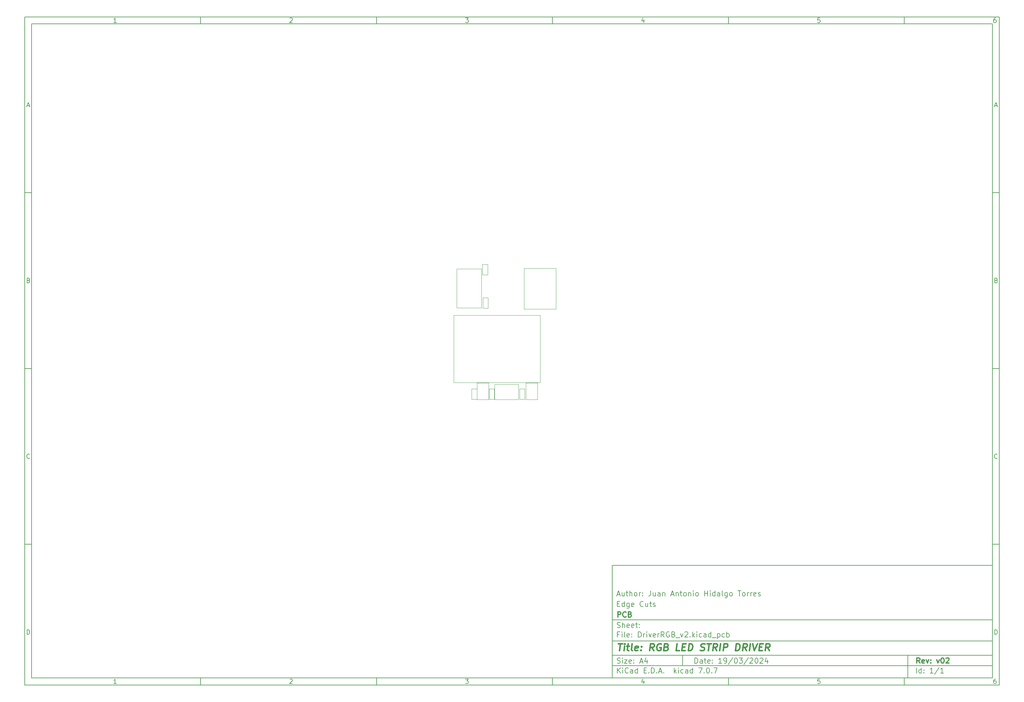
<source format=gbr>
%TF.GenerationSoftware,KiCad,Pcbnew,7.0.7*%
%TF.CreationDate,2024-04-11T18:02:49+02:00*%
%TF.ProjectId,DriverRGB_v2,44726976-6572-4524-9742-5f76322e6b69,v02*%
%TF.SameCoordinates,Original*%
%TF.FileFunction,Other,User*%
%FSLAX46Y46*%
G04 Gerber Fmt 4.6, Leading zero omitted, Abs format (unit mm)*
G04 Created by KiCad (PCBNEW 7.0.7) date 2024-04-11 18:02:49*
%MOMM*%
%LPD*%
G01*
G04 APERTURE LIST*
%ADD10C,0.100000*%
%ADD11C,0.150000*%
%ADD12C,0.300000*%
%ADD13C,0.400000*%
%ADD14C,0.050000*%
G04 APERTURE END LIST*
D10*
D11*
X177002200Y-166007200D02*
X285002200Y-166007200D01*
X285002200Y-198007200D01*
X177002200Y-198007200D01*
X177002200Y-166007200D01*
D10*
D11*
X10000000Y-10000000D02*
X287002200Y-10000000D01*
X287002200Y-200007200D01*
X10000000Y-200007200D01*
X10000000Y-10000000D01*
D10*
D11*
X12000000Y-12000000D02*
X285002200Y-12000000D01*
X285002200Y-198007200D01*
X12000000Y-198007200D01*
X12000000Y-12000000D01*
D10*
D11*
X60000000Y-12000000D02*
X60000000Y-10000000D01*
D10*
D11*
X110000000Y-12000000D02*
X110000000Y-10000000D01*
D10*
D11*
X160000000Y-12000000D02*
X160000000Y-10000000D01*
D10*
D11*
X210000000Y-12000000D02*
X210000000Y-10000000D01*
D10*
D11*
X260000000Y-12000000D02*
X260000000Y-10000000D01*
D10*
D11*
X36089160Y-11593604D02*
X35346303Y-11593604D01*
X35717731Y-11593604D02*
X35717731Y-10293604D01*
X35717731Y-10293604D02*
X35593922Y-10479319D01*
X35593922Y-10479319D02*
X35470112Y-10603128D01*
X35470112Y-10603128D02*
X35346303Y-10665033D01*
D10*
D11*
X85346303Y-10417414D02*
X85408207Y-10355509D01*
X85408207Y-10355509D02*
X85532017Y-10293604D01*
X85532017Y-10293604D02*
X85841541Y-10293604D01*
X85841541Y-10293604D02*
X85965350Y-10355509D01*
X85965350Y-10355509D02*
X86027255Y-10417414D01*
X86027255Y-10417414D02*
X86089160Y-10541223D01*
X86089160Y-10541223D02*
X86089160Y-10665033D01*
X86089160Y-10665033D02*
X86027255Y-10850747D01*
X86027255Y-10850747D02*
X85284398Y-11593604D01*
X85284398Y-11593604D02*
X86089160Y-11593604D01*
D10*
D11*
X135284398Y-10293604D02*
X136089160Y-10293604D01*
X136089160Y-10293604D02*
X135655826Y-10788842D01*
X135655826Y-10788842D02*
X135841541Y-10788842D01*
X135841541Y-10788842D02*
X135965350Y-10850747D01*
X135965350Y-10850747D02*
X136027255Y-10912652D01*
X136027255Y-10912652D02*
X136089160Y-11036461D01*
X136089160Y-11036461D02*
X136089160Y-11345985D01*
X136089160Y-11345985D02*
X136027255Y-11469795D01*
X136027255Y-11469795D02*
X135965350Y-11531700D01*
X135965350Y-11531700D02*
X135841541Y-11593604D01*
X135841541Y-11593604D02*
X135470112Y-11593604D01*
X135470112Y-11593604D02*
X135346303Y-11531700D01*
X135346303Y-11531700D02*
X135284398Y-11469795D01*
D10*
D11*
X185965350Y-10726938D02*
X185965350Y-11593604D01*
X185655826Y-10231700D02*
X185346303Y-11160271D01*
X185346303Y-11160271D02*
X186151064Y-11160271D01*
D10*
D11*
X236027255Y-10293604D02*
X235408207Y-10293604D01*
X235408207Y-10293604D02*
X235346303Y-10912652D01*
X235346303Y-10912652D02*
X235408207Y-10850747D01*
X235408207Y-10850747D02*
X235532017Y-10788842D01*
X235532017Y-10788842D02*
X235841541Y-10788842D01*
X235841541Y-10788842D02*
X235965350Y-10850747D01*
X235965350Y-10850747D02*
X236027255Y-10912652D01*
X236027255Y-10912652D02*
X236089160Y-11036461D01*
X236089160Y-11036461D02*
X236089160Y-11345985D01*
X236089160Y-11345985D02*
X236027255Y-11469795D01*
X236027255Y-11469795D02*
X235965350Y-11531700D01*
X235965350Y-11531700D02*
X235841541Y-11593604D01*
X235841541Y-11593604D02*
X235532017Y-11593604D01*
X235532017Y-11593604D02*
X235408207Y-11531700D01*
X235408207Y-11531700D02*
X235346303Y-11469795D01*
D10*
D11*
X285965350Y-10293604D02*
X285717731Y-10293604D01*
X285717731Y-10293604D02*
X285593922Y-10355509D01*
X285593922Y-10355509D02*
X285532017Y-10417414D01*
X285532017Y-10417414D02*
X285408207Y-10603128D01*
X285408207Y-10603128D02*
X285346303Y-10850747D01*
X285346303Y-10850747D02*
X285346303Y-11345985D01*
X285346303Y-11345985D02*
X285408207Y-11469795D01*
X285408207Y-11469795D02*
X285470112Y-11531700D01*
X285470112Y-11531700D02*
X285593922Y-11593604D01*
X285593922Y-11593604D02*
X285841541Y-11593604D01*
X285841541Y-11593604D02*
X285965350Y-11531700D01*
X285965350Y-11531700D02*
X286027255Y-11469795D01*
X286027255Y-11469795D02*
X286089160Y-11345985D01*
X286089160Y-11345985D02*
X286089160Y-11036461D01*
X286089160Y-11036461D02*
X286027255Y-10912652D01*
X286027255Y-10912652D02*
X285965350Y-10850747D01*
X285965350Y-10850747D02*
X285841541Y-10788842D01*
X285841541Y-10788842D02*
X285593922Y-10788842D01*
X285593922Y-10788842D02*
X285470112Y-10850747D01*
X285470112Y-10850747D02*
X285408207Y-10912652D01*
X285408207Y-10912652D02*
X285346303Y-11036461D01*
D10*
D11*
X60000000Y-198007200D02*
X60000000Y-200007200D01*
D10*
D11*
X110000000Y-198007200D02*
X110000000Y-200007200D01*
D10*
D11*
X160000000Y-198007200D02*
X160000000Y-200007200D01*
D10*
D11*
X210000000Y-198007200D02*
X210000000Y-200007200D01*
D10*
D11*
X260000000Y-198007200D02*
X260000000Y-200007200D01*
D10*
D11*
X36089160Y-199600804D02*
X35346303Y-199600804D01*
X35717731Y-199600804D02*
X35717731Y-198300804D01*
X35717731Y-198300804D02*
X35593922Y-198486519D01*
X35593922Y-198486519D02*
X35470112Y-198610328D01*
X35470112Y-198610328D02*
X35346303Y-198672233D01*
D10*
D11*
X85346303Y-198424614D02*
X85408207Y-198362709D01*
X85408207Y-198362709D02*
X85532017Y-198300804D01*
X85532017Y-198300804D02*
X85841541Y-198300804D01*
X85841541Y-198300804D02*
X85965350Y-198362709D01*
X85965350Y-198362709D02*
X86027255Y-198424614D01*
X86027255Y-198424614D02*
X86089160Y-198548423D01*
X86089160Y-198548423D02*
X86089160Y-198672233D01*
X86089160Y-198672233D02*
X86027255Y-198857947D01*
X86027255Y-198857947D02*
X85284398Y-199600804D01*
X85284398Y-199600804D02*
X86089160Y-199600804D01*
D10*
D11*
X135284398Y-198300804D02*
X136089160Y-198300804D01*
X136089160Y-198300804D02*
X135655826Y-198796042D01*
X135655826Y-198796042D02*
X135841541Y-198796042D01*
X135841541Y-198796042D02*
X135965350Y-198857947D01*
X135965350Y-198857947D02*
X136027255Y-198919852D01*
X136027255Y-198919852D02*
X136089160Y-199043661D01*
X136089160Y-199043661D02*
X136089160Y-199353185D01*
X136089160Y-199353185D02*
X136027255Y-199476995D01*
X136027255Y-199476995D02*
X135965350Y-199538900D01*
X135965350Y-199538900D02*
X135841541Y-199600804D01*
X135841541Y-199600804D02*
X135470112Y-199600804D01*
X135470112Y-199600804D02*
X135346303Y-199538900D01*
X135346303Y-199538900D02*
X135284398Y-199476995D01*
D10*
D11*
X185965350Y-198734138D02*
X185965350Y-199600804D01*
X185655826Y-198238900D02*
X185346303Y-199167471D01*
X185346303Y-199167471D02*
X186151064Y-199167471D01*
D10*
D11*
X236027255Y-198300804D02*
X235408207Y-198300804D01*
X235408207Y-198300804D02*
X235346303Y-198919852D01*
X235346303Y-198919852D02*
X235408207Y-198857947D01*
X235408207Y-198857947D02*
X235532017Y-198796042D01*
X235532017Y-198796042D02*
X235841541Y-198796042D01*
X235841541Y-198796042D02*
X235965350Y-198857947D01*
X235965350Y-198857947D02*
X236027255Y-198919852D01*
X236027255Y-198919852D02*
X236089160Y-199043661D01*
X236089160Y-199043661D02*
X236089160Y-199353185D01*
X236089160Y-199353185D02*
X236027255Y-199476995D01*
X236027255Y-199476995D02*
X235965350Y-199538900D01*
X235965350Y-199538900D02*
X235841541Y-199600804D01*
X235841541Y-199600804D02*
X235532017Y-199600804D01*
X235532017Y-199600804D02*
X235408207Y-199538900D01*
X235408207Y-199538900D02*
X235346303Y-199476995D01*
D10*
D11*
X285965350Y-198300804D02*
X285717731Y-198300804D01*
X285717731Y-198300804D02*
X285593922Y-198362709D01*
X285593922Y-198362709D02*
X285532017Y-198424614D01*
X285532017Y-198424614D02*
X285408207Y-198610328D01*
X285408207Y-198610328D02*
X285346303Y-198857947D01*
X285346303Y-198857947D02*
X285346303Y-199353185D01*
X285346303Y-199353185D02*
X285408207Y-199476995D01*
X285408207Y-199476995D02*
X285470112Y-199538900D01*
X285470112Y-199538900D02*
X285593922Y-199600804D01*
X285593922Y-199600804D02*
X285841541Y-199600804D01*
X285841541Y-199600804D02*
X285965350Y-199538900D01*
X285965350Y-199538900D02*
X286027255Y-199476995D01*
X286027255Y-199476995D02*
X286089160Y-199353185D01*
X286089160Y-199353185D02*
X286089160Y-199043661D01*
X286089160Y-199043661D02*
X286027255Y-198919852D01*
X286027255Y-198919852D02*
X285965350Y-198857947D01*
X285965350Y-198857947D02*
X285841541Y-198796042D01*
X285841541Y-198796042D02*
X285593922Y-198796042D01*
X285593922Y-198796042D02*
X285470112Y-198857947D01*
X285470112Y-198857947D02*
X285408207Y-198919852D01*
X285408207Y-198919852D02*
X285346303Y-199043661D01*
D10*
D11*
X10000000Y-60000000D02*
X12000000Y-60000000D01*
D10*
D11*
X10000000Y-110000000D02*
X12000000Y-110000000D01*
D10*
D11*
X10000000Y-160000000D02*
X12000000Y-160000000D01*
D10*
D11*
X10690476Y-35222176D02*
X11309523Y-35222176D01*
X10566666Y-35593604D02*
X10999999Y-34293604D01*
X10999999Y-34293604D02*
X11433333Y-35593604D01*
D10*
D11*
X11092857Y-84912652D02*
X11278571Y-84974557D01*
X11278571Y-84974557D02*
X11340476Y-85036461D01*
X11340476Y-85036461D02*
X11402380Y-85160271D01*
X11402380Y-85160271D02*
X11402380Y-85345985D01*
X11402380Y-85345985D02*
X11340476Y-85469795D01*
X11340476Y-85469795D02*
X11278571Y-85531700D01*
X11278571Y-85531700D02*
X11154761Y-85593604D01*
X11154761Y-85593604D02*
X10659523Y-85593604D01*
X10659523Y-85593604D02*
X10659523Y-84293604D01*
X10659523Y-84293604D02*
X11092857Y-84293604D01*
X11092857Y-84293604D02*
X11216666Y-84355509D01*
X11216666Y-84355509D02*
X11278571Y-84417414D01*
X11278571Y-84417414D02*
X11340476Y-84541223D01*
X11340476Y-84541223D02*
X11340476Y-84665033D01*
X11340476Y-84665033D02*
X11278571Y-84788842D01*
X11278571Y-84788842D02*
X11216666Y-84850747D01*
X11216666Y-84850747D02*
X11092857Y-84912652D01*
X11092857Y-84912652D02*
X10659523Y-84912652D01*
D10*
D11*
X11402380Y-135469795D02*
X11340476Y-135531700D01*
X11340476Y-135531700D02*
X11154761Y-135593604D01*
X11154761Y-135593604D02*
X11030952Y-135593604D01*
X11030952Y-135593604D02*
X10845238Y-135531700D01*
X10845238Y-135531700D02*
X10721428Y-135407890D01*
X10721428Y-135407890D02*
X10659523Y-135284080D01*
X10659523Y-135284080D02*
X10597619Y-135036461D01*
X10597619Y-135036461D02*
X10597619Y-134850747D01*
X10597619Y-134850747D02*
X10659523Y-134603128D01*
X10659523Y-134603128D02*
X10721428Y-134479319D01*
X10721428Y-134479319D02*
X10845238Y-134355509D01*
X10845238Y-134355509D02*
X11030952Y-134293604D01*
X11030952Y-134293604D02*
X11154761Y-134293604D01*
X11154761Y-134293604D02*
X11340476Y-134355509D01*
X11340476Y-134355509D02*
X11402380Y-134417414D01*
D10*
D11*
X10659523Y-185593604D02*
X10659523Y-184293604D01*
X10659523Y-184293604D02*
X10969047Y-184293604D01*
X10969047Y-184293604D02*
X11154761Y-184355509D01*
X11154761Y-184355509D02*
X11278571Y-184479319D01*
X11278571Y-184479319D02*
X11340476Y-184603128D01*
X11340476Y-184603128D02*
X11402380Y-184850747D01*
X11402380Y-184850747D02*
X11402380Y-185036461D01*
X11402380Y-185036461D02*
X11340476Y-185284080D01*
X11340476Y-185284080D02*
X11278571Y-185407890D01*
X11278571Y-185407890D02*
X11154761Y-185531700D01*
X11154761Y-185531700D02*
X10969047Y-185593604D01*
X10969047Y-185593604D02*
X10659523Y-185593604D01*
D10*
D11*
X287002200Y-60000000D02*
X285002200Y-60000000D01*
D10*
D11*
X287002200Y-110000000D02*
X285002200Y-110000000D01*
D10*
D11*
X287002200Y-160000000D02*
X285002200Y-160000000D01*
D10*
D11*
X285692676Y-35222176D02*
X286311723Y-35222176D01*
X285568866Y-35593604D02*
X286002199Y-34293604D01*
X286002199Y-34293604D02*
X286435533Y-35593604D01*
D10*
D11*
X286095057Y-84912652D02*
X286280771Y-84974557D01*
X286280771Y-84974557D02*
X286342676Y-85036461D01*
X286342676Y-85036461D02*
X286404580Y-85160271D01*
X286404580Y-85160271D02*
X286404580Y-85345985D01*
X286404580Y-85345985D02*
X286342676Y-85469795D01*
X286342676Y-85469795D02*
X286280771Y-85531700D01*
X286280771Y-85531700D02*
X286156961Y-85593604D01*
X286156961Y-85593604D02*
X285661723Y-85593604D01*
X285661723Y-85593604D02*
X285661723Y-84293604D01*
X285661723Y-84293604D02*
X286095057Y-84293604D01*
X286095057Y-84293604D02*
X286218866Y-84355509D01*
X286218866Y-84355509D02*
X286280771Y-84417414D01*
X286280771Y-84417414D02*
X286342676Y-84541223D01*
X286342676Y-84541223D02*
X286342676Y-84665033D01*
X286342676Y-84665033D02*
X286280771Y-84788842D01*
X286280771Y-84788842D02*
X286218866Y-84850747D01*
X286218866Y-84850747D02*
X286095057Y-84912652D01*
X286095057Y-84912652D02*
X285661723Y-84912652D01*
D10*
D11*
X286404580Y-135469795D02*
X286342676Y-135531700D01*
X286342676Y-135531700D02*
X286156961Y-135593604D01*
X286156961Y-135593604D02*
X286033152Y-135593604D01*
X286033152Y-135593604D02*
X285847438Y-135531700D01*
X285847438Y-135531700D02*
X285723628Y-135407890D01*
X285723628Y-135407890D02*
X285661723Y-135284080D01*
X285661723Y-135284080D02*
X285599819Y-135036461D01*
X285599819Y-135036461D02*
X285599819Y-134850747D01*
X285599819Y-134850747D02*
X285661723Y-134603128D01*
X285661723Y-134603128D02*
X285723628Y-134479319D01*
X285723628Y-134479319D02*
X285847438Y-134355509D01*
X285847438Y-134355509D02*
X286033152Y-134293604D01*
X286033152Y-134293604D02*
X286156961Y-134293604D01*
X286156961Y-134293604D02*
X286342676Y-134355509D01*
X286342676Y-134355509D02*
X286404580Y-134417414D01*
D10*
D11*
X285661723Y-185593604D02*
X285661723Y-184293604D01*
X285661723Y-184293604D02*
X285971247Y-184293604D01*
X285971247Y-184293604D02*
X286156961Y-184355509D01*
X286156961Y-184355509D02*
X286280771Y-184479319D01*
X286280771Y-184479319D02*
X286342676Y-184603128D01*
X286342676Y-184603128D02*
X286404580Y-184850747D01*
X286404580Y-184850747D02*
X286404580Y-185036461D01*
X286404580Y-185036461D02*
X286342676Y-185284080D01*
X286342676Y-185284080D02*
X286280771Y-185407890D01*
X286280771Y-185407890D02*
X286156961Y-185531700D01*
X286156961Y-185531700D02*
X285971247Y-185593604D01*
X285971247Y-185593604D02*
X285661723Y-185593604D01*
D10*
D11*
X200458026Y-193793328D02*
X200458026Y-192293328D01*
X200458026Y-192293328D02*
X200815169Y-192293328D01*
X200815169Y-192293328D02*
X201029455Y-192364757D01*
X201029455Y-192364757D02*
X201172312Y-192507614D01*
X201172312Y-192507614D02*
X201243741Y-192650471D01*
X201243741Y-192650471D02*
X201315169Y-192936185D01*
X201315169Y-192936185D02*
X201315169Y-193150471D01*
X201315169Y-193150471D02*
X201243741Y-193436185D01*
X201243741Y-193436185D02*
X201172312Y-193579042D01*
X201172312Y-193579042D02*
X201029455Y-193721900D01*
X201029455Y-193721900D02*
X200815169Y-193793328D01*
X200815169Y-193793328D02*
X200458026Y-193793328D01*
X202600884Y-193793328D02*
X202600884Y-193007614D01*
X202600884Y-193007614D02*
X202529455Y-192864757D01*
X202529455Y-192864757D02*
X202386598Y-192793328D01*
X202386598Y-192793328D02*
X202100884Y-192793328D01*
X202100884Y-192793328D02*
X201958026Y-192864757D01*
X202600884Y-193721900D02*
X202458026Y-193793328D01*
X202458026Y-193793328D02*
X202100884Y-193793328D01*
X202100884Y-193793328D02*
X201958026Y-193721900D01*
X201958026Y-193721900D02*
X201886598Y-193579042D01*
X201886598Y-193579042D02*
X201886598Y-193436185D01*
X201886598Y-193436185D02*
X201958026Y-193293328D01*
X201958026Y-193293328D02*
X202100884Y-193221900D01*
X202100884Y-193221900D02*
X202458026Y-193221900D01*
X202458026Y-193221900D02*
X202600884Y-193150471D01*
X203100884Y-192793328D02*
X203672312Y-192793328D01*
X203315169Y-192293328D02*
X203315169Y-193579042D01*
X203315169Y-193579042D02*
X203386598Y-193721900D01*
X203386598Y-193721900D02*
X203529455Y-193793328D01*
X203529455Y-193793328D02*
X203672312Y-193793328D01*
X204743741Y-193721900D02*
X204600884Y-193793328D01*
X204600884Y-193793328D02*
X204315170Y-193793328D01*
X204315170Y-193793328D02*
X204172312Y-193721900D01*
X204172312Y-193721900D02*
X204100884Y-193579042D01*
X204100884Y-193579042D02*
X204100884Y-193007614D01*
X204100884Y-193007614D02*
X204172312Y-192864757D01*
X204172312Y-192864757D02*
X204315170Y-192793328D01*
X204315170Y-192793328D02*
X204600884Y-192793328D01*
X204600884Y-192793328D02*
X204743741Y-192864757D01*
X204743741Y-192864757D02*
X204815170Y-193007614D01*
X204815170Y-193007614D02*
X204815170Y-193150471D01*
X204815170Y-193150471D02*
X204100884Y-193293328D01*
X205458026Y-193650471D02*
X205529455Y-193721900D01*
X205529455Y-193721900D02*
X205458026Y-193793328D01*
X205458026Y-193793328D02*
X205386598Y-193721900D01*
X205386598Y-193721900D02*
X205458026Y-193650471D01*
X205458026Y-193650471D02*
X205458026Y-193793328D01*
X205458026Y-192864757D02*
X205529455Y-192936185D01*
X205529455Y-192936185D02*
X205458026Y-193007614D01*
X205458026Y-193007614D02*
X205386598Y-192936185D01*
X205386598Y-192936185D02*
X205458026Y-192864757D01*
X205458026Y-192864757D02*
X205458026Y-193007614D01*
X208100884Y-193793328D02*
X207243741Y-193793328D01*
X207672312Y-193793328D02*
X207672312Y-192293328D01*
X207672312Y-192293328D02*
X207529455Y-192507614D01*
X207529455Y-192507614D02*
X207386598Y-192650471D01*
X207386598Y-192650471D02*
X207243741Y-192721900D01*
X208815169Y-193793328D02*
X209100883Y-193793328D01*
X209100883Y-193793328D02*
X209243740Y-193721900D01*
X209243740Y-193721900D02*
X209315169Y-193650471D01*
X209315169Y-193650471D02*
X209458026Y-193436185D01*
X209458026Y-193436185D02*
X209529455Y-193150471D01*
X209529455Y-193150471D02*
X209529455Y-192579042D01*
X209529455Y-192579042D02*
X209458026Y-192436185D01*
X209458026Y-192436185D02*
X209386598Y-192364757D01*
X209386598Y-192364757D02*
X209243740Y-192293328D01*
X209243740Y-192293328D02*
X208958026Y-192293328D01*
X208958026Y-192293328D02*
X208815169Y-192364757D01*
X208815169Y-192364757D02*
X208743740Y-192436185D01*
X208743740Y-192436185D02*
X208672312Y-192579042D01*
X208672312Y-192579042D02*
X208672312Y-192936185D01*
X208672312Y-192936185D02*
X208743740Y-193079042D01*
X208743740Y-193079042D02*
X208815169Y-193150471D01*
X208815169Y-193150471D02*
X208958026Y-193221900D01*
X208958026Y-193221900D02*
X209243740Y-193221900D01*
X209243740Y-193221900D02*
X209386598Y-193150471D01*
X209386598Y-193150471D02*
X209458026Y-193079042D01*
X209458026Y-193079042D02*
X209529455Y-192936185D01*
X211243740Y-192221900D02*
X209958026Y-194150471D01*
X212029455Y-192293328D02*
X212172312Y-192293328D01*
X212172312Y-192293328D02*
X212315169Y-192364757D01*
X212315169Y-192364757D02*
X212386598Y-192436185D01*
X212386598Y-192436185D02*
X212458026Y-192579042D01*
X212458026Y-192579042D02*
X212529455Y-192864757D01*
X212529455Y-192864757D02*
X212529455Y-193221900D01*
X212529455Y-193221900D02*
X212458026Y-193507614D01*
X212458026Y-193507614D02*
X212386598Y-193650471D01*
X212386598Y-193650471D02*
X212315169Y-193721900D01*
X212315169Y-193721900D02*
X212172312Y-193793328D01*
X212172312Y-193793328D02*
X212029455Y-193793328D01*
X212029455Y-193793328D02*
X211886598Y-193721900D01*
X211886598Y-193721900D02*
X211815169Y-193650471D01*
X211815169Y-193650471D02*
X211743740Y-193507614D01*
X211743740Y-193507614D02*
X211672312Y-193221900D01*
X211672312Y-193221900D02*
X211672312Y-192864757D01*
X211672312Y-192864757D02*
X211743740Y-192579042D01*
X211743740Y-192579042D02*
X211815169Y-192436185D01*
X211815169Y-192436185D02*
X211886598Y-192364757D01*
X211886598Y-192364757D02*
X212029455Y-192293328D01*
X213029454Y-192293328D02*
X213958026Y-192293328D01*
X213958026Y-192293328D02*
X213458026Y-192864757D01*
X213458026Y-192864757D02*
X213672311Y-192864757D01*
X213672311Y-192864757D02*
X213815169Y-192936185D01*
X213815169Y-192936185D02*
X213886597Y-193007614D01*
X213886597Y-193007614D02*
X213958026Y-193150471D01*
X213958026Y-193150471D02*
X213958026Y-193507614D01*
X213958026Y-193507614D02*
X213886597Y-193650471D01*
X213886597Y-193650471D02*
X213815169Y-193721900D01*
X213815169Y-193721900D02*
X213672311Y-193793328D01*
X213672311Y-193793328D02*
X213243740Y-193793328D01*
X213243740Y-193793328D02*
X213100883Y-193721900D01*
X213100883Y-193721900D02*
X213029454Y-193650471D01*
X215672311Y-192221900D02*
X214386597Y-194150471D01*
X216100883Y-192436185D02*
X216172311Y-192364757D01*
X216172311Y-192364757D02*
X216315169Y-192293328D01*
X216315169Y-192293328D02*
X216672311Y-192293328D01*
X216672311Y-192293328D02*
X216815169Y-192364757D01*
X216815169Y-192364757D02*
X216886597Y-192436185D01*
X216886597Y-192436185D02*
X216958026Y-192579042D01*
X216958026Y-192579042D02*
X216958026Y-192721900D01*
X216958026Y-192721900D02*
X216886597Y-192936185D01*
X216886597Y-192936185D02*
X216029454Y-193793328D01*
X216029454Y-193793328D02*
X216958026Y-193793328D01*
X217886597Y-192293328D02*
X218029454Y-192293328D01*
X218029454Y-192293328D02*
X218172311Y-192364757D01*
X218172311Y-192364757D02*
X218243740Y-192436185D01*
X218243740Y-192436185D02*
X218315168Y-192579042D01*
X218315168Y-192579042D02*
X218386597Y-192864757D01*
X218386597Y-192864757D02*
X218386597Y-193221900D01*
X218386597Y-193221900D02*
X218315168Y-193507614D01*
X218315168Y-193507614D02*
X218243740Y-193650471D01*
X218243740Y-193650471D02*
X218172311Y-193721900D01*
X218172311Y-193721900D02*
X218029454Y-193793328D01*
X218029454Y-193793328D02*
X217886597Y-193793328D01*
X217886597Y-193793328D02*
X217743740Y-193721900D01*
X217743740Y-193721900D02*
X217672311Y-193650471D01*
X217672311Y-193650471D02*
X217600882Y-193507614D01*
X217600882Y-193507614D02*
X217529454Y-193221900D01*
X217529454Y-193221900D02*
X217529454Y-192864757D01*
X217529454Y-192864757D02*
X217600882Y-192579042D01*
X217600882Y-192579042D02*
X217672311Y-192436185D01*
X217672311Y-192436185D02*
X217743740Y-192364757D01*
X217743740Y-192364757D02*
X217886597Y-192293328D01*
X218958025Y-192436185D02*
X219029453Y-192364757D01*
X219029453Y-192364757D02*
X219172311Y-192293328D01*
X219172311Y-192293328D02*
X219529453Y-192293328D01*
X219529453Y-192293328D02*
X219672311Y-192364757D01*
X219672311Y-192364757D02*
X219743739Y-192436185D01*
X219743739Y-192436185D02*
X219815168Y-192579042D01*
X219815168Y-192579042D02*
X219815168Y-192721900D01*
X219815168Y-192721900D02*
X219743739Y-192936185D01*
X219743739Y-192936185D02*
X218886596Y-193793328D01*
X218886596Y-193793328D02*
X219815168Y-193793328D01*
X221100882Y-192793328D02*
X221100882Y-193793328D01*
X220743739Y-192221900D02*
X220386596Y-193293328D01*
X220386596Y-193293328D02*
X221315167Y-193293328D01*
D10*
D11*
X177002200Y-194507200D02*
X285002200Y-194507200D01*
D10*
D11*
X178458026Y-196593328D02*
X178458026Y-195093328D01*
X179315169Y-196593328D02*
X178672312Y-195736185D01*
X179315169Y-195093328D02*
X178458026Y-195950471D01*
X179958026Y-196593328D02*
X179958026Y-195593328D01*
X179958026Y-195093328D02*
X179886598Y-195164757D01*
X179886598Y-195164757D02*
X179958026Y-195236185D01*
X179958026Y-195236185D02*
X180029455Y-195164757D01*
X180029455Y-195164757D02*
X179958026Y-195093328D01*
X179958026Y-195093328D02*
X179958026Y-195236185D01*
X181529455Y-196450471D02*
X181458027Y-196521900D01*
X181458027Y-196521900D02*
X181243741Y-196593328D01*
X181243741Y-196593328D02*
X181100884Y-196593328D01*
X181100884Y-196593328D02*
X180886598Y-196521900D01*
X180886598Y-196521900D02*
X180743741Y-196379042D01*
X180743741Y-196379042D02*
X180672312Y-196236185D01*
X180672312Y-196236185D02*
X180600884Y-195950471D01*
X180600884Y-195950471D02*
X180600884Y-195736185D01*
X180600884Y-195736185D02*
X180672312Y-195450471D01*
X180672312Y-195450471D02*
X180743741Y-195307614D01*
X180743741Y-195307614D02*
X180886598Y-195164757D01*
X180886598Y-195164757D02*
X181100884Y-195093328D01*
X181100884Y-195093328D02*
X181243741Y-195093328D01*
X181243741Y-195093328D02*
X181458027Y-195164757D01*
X181458027Y-195164757D02*
X181529455Y-195236185D01*
X182815170Y-196593328D02*
X182815170Y-195807614D01*
X182815170Y-195807614D02*
X182743741Y-195664757D01*
X182743741Y-195664757D02*
X182600884Y-195593328D01*
X182600884Y-195593328D02*
X182315170Y-195593328D01*
X182315170Y-195593328D02*
X182172312Y-195664757D01*
X182815170Y-196521900D02*
X182672312Y-196593328D01*
X182672312Y-196593328D02*
X182315170Y-196593328D01*
X182315170Y-196593328D02*
X182172312Y-196521900D01*
X182172312Y-196521900D02*
X182100884Y-196379042D01*
X182100884Y-196379042D02*
X182100884Y-196236185D01*
X182100884Y-196236185D02*
X182172312Y-196093328D01*
X182172312Y-196093328D02*
X182315170Y-196021900D01*
X182315170Y-196021900D02*
X182672312Y-196021900D01*
X182672312Y-196021900D02*
X182815170Y-195950471D01*
X184172313Y-196593328D02*
X184172313Y-195093328D01*
X184172313Y-196521900D02*
X184029455Y-196593328D01*
X184029455Y-196593328D02*
X183743741Y-196593328D01*
X183743741Y-196593328D02*
X183600884Y-196521900D01*
X183600884Y-196521900D02*
X183529455Y-196450471D01*
X183529455Y-196450471D02*
X183458027Y-196307614D01*
X183458027Y-196307614D02*
X183458027Y-195879042D01*
X183458027Y-195879042D02*
X183529455Y-195736185D01*
X183529455Y-195736185D02*
X183600884Y-195664757D01*
X183600884Y-195664757D02*
X183743741Y-195593328D01*
X183743741Y-195593328D02*
X184029455Y-195593328D01*
X184029455Y-195593328D02*
X184172313Y-195664757D01*
X186029455Y-195807614D02*
X186529455Y-195807614D01*
X186743741Y-196593328D02*
X186029455Y-196593328D01*
X186029455Y-196593328D02*
X186029455Y-195093328D01*
X186029455Y-195093328D02*
X186743741Y-195093328D01*
X187386598Y-196450471D02*
X187458027Y-196521900D01*
X187458027Y-196521900D02*
X187386598Y-196593328D01*
X187386598Y-196593328D02*
X187315170Y-196521900D01*
X187315170Y-196521900D02*
X187386598Y-196450471D01*
X187386598Y-196450471D02*
X187386598Y-196593328D01*
X188100884Y-196593328D02*
X188100884Y-195093328D01*
X188100884Y-195093328D02*
X188458027Y-195093328D01*
X188458027Y-195093328D02*
X188672313Y-195164757D01*
X188672313Y-195164757D02*
X188815170Y-195307614D01*
X188815170Y-195307614D02*
X188886599Y-195450471D01*
X188886599Y-195450471D02*
X188958027Y-195736185D01*
X188958027Y-195736185D02*
X188958027Y-195950471D01*
X188958027Y-195950471D02*
X188886599Y-196236185D01*
X188886599Y-196236185D02*
X188815170Y-196379042D01*
X188815170Y-196379042D02*
X188672313Y-196521900D01*
X188672313Y-196521900D02*
X188458027Y-196593328D01*
X188458027Y-196593328D02*
X188100884Y-196593328D01*
X189600884Y-196450471D02*
X189672313Y-196521900D01*
X189672313Y-196521900D02*
X189600884Y-196593328D01*
X189600884Y-196593328D02*
X189529456Y-196521900D01*
X189529456Y-196521900D02*
X189600884Y-196450471D01*
X189600884Y-196450471D02*
X189600884Y-196593328D01*
X190243742Y-196164757D02*
X190958028Y-196164757D01*
X190100885Y-196593328D02*
X190600885Y-195093328D01*
X190600885Y-195093328D02*
X191100885Y-196593328D01*
X191600884Y-196450471D02*
X191672313Y-196521900D01*
X191672313Y-196521900D02*
X191600884Y-196593328D01*
X191600884Y-196593328D02*
X191529456Y-196521900D01*
X191529456Y-196521900D02*
X191600884Y-196450471D01*
X191600884Y-196450471D02*
X191600884Y-196593328D01*
X194600884Y-196593328D02*
X194600884Y-195093328D01*
X194743742Y-196021900D02*
X195172313Y-196593328D01*
X195172313Y-195593328D02*
X194600884Y-196164757D01*
X195815170Y-196593328D02*
X195815170Y-195593328D01*
X195815170Y-195093328D02*
X195743742Y-195164757D01*
X195743742Y-195164757D02*
X195815170Y-195236185D01*
X195815170Y-195236185D02*
X195886599Y-195164757D01*
X195886599Y-195164757D02*
X195815170Y-195093328D01*
X195815170Y-195093328D02*
X195815170Y-195236185D01*
X197172314Y-196521900D02*
X197029456Y-196593328D01*
X197029456Y-196593328D02*
X196743742Y-196593328D01*
X196743742Y-196593328D02*
X196600885Y-196521900D01*
X196600885Y-196521900D02*
X196529456Y-196450471D01*
X196529456Y-196450471D02*
X196458028Y-196307614D01*
X196458028Y-196307614D02*
X196458028Y-195879042D01*
X196458028Y-195879042D02*
X196529456Y-195736185D01*
X196529456Y-195736185D02*
X196600885Y-195664757D01*
X196600885Y-195664757D02*
X196743742Y-195593328D01*
X196743742Y-195593328D02*
X197029456Y-195593328D01*
X197029456Y-195593328D02*
X197172314Y-195664757D01*
X198458028Y-196593328D02*
X198458028Y-195807614D01*
X198458028Y-195807614D02*
X198386599Y-195664757D01*
X198386599Y-195664757D02*
X198243742Y-195593328D01*
X198243742Y-195593328D02*
X197958028Y-195593328D01*
X197958028Y-195593328D02*
X197815170Y-195664757D01*
X198458028Y-196521900D02*
X198315170Y-196593328D01*
X198315170Y-196593328D02*
X197958028Y-196593328D01*
X197958028Y-196593328D02*
X197815170Y-196521900D01*
X197815170Y-196521900D02*
X197743742Y-196379042D01*
X197743742Y-196379042D02*
X197743742Y-196236185D01*
X197743742Y-196236185D02*
X197815170Y-196093328D01*
X197815170Y-196093328D02*
X197958028Y-196021900D01*
X197958028Y-196021900D02*
X198315170Y-196021900D01*
X198315170Y-196021900D02*
X198458028Y-195950471D01*
X199815171Y-196593328D02*
X199815171Y-195093328D01*
X199815171Y-196521900D02*
X199672313Y-196593328D01*
X199672313Y-196593328D02*
X199386599Y-196593328D01*
X199386599Y-196593328D02*
X199243742Y-196521900D01*
X199243742Y-196521900D02*
X199172313Y-196450471D01*
X199172313Y-196450471D02*
X199100885Y-196307614D01*
X199100885Y-196307614D02*
X199100885Y-195879042D01*
X199100885Y-195879042D02*
X199172313Y-195736185D01*
X199172313Y-195736185D02*
X199243742Y-195664757D01*
X199243742Y-195664757D02*
X199386599Y-195593328D01*
X199386599Y-195593328D02*
X199672313Y-195593328D01*
X199672313Y-195593328D02*
X199815171Y-195664757D01*
X201529456Y-195093328D02*
X202529456Y-195093328D01*
X202529456Y-195093328D02*
X201886599Y-196593328D01*
X203100884Y-196450471D02*
X203172313Y-196521900D01*
X203172313Y-196521900D02*
X203100884Y-196593328D01*
X203100884Y-196593328D02*
X203029456Y-196521900D01*
X203029456Y-196521900D02*
X203100884Y-196450471D01*
X203100884Y-196450471D02*
X203100884Y-196593328D01*
X204100885Y-195093328D02*
X204243742Y-195093328D01*
X204243742Y-195093328D02*
X204386599Y-195164757D01*
X204386599Y-195164757D02*
X204458028Y-195236185D01*
X204458028Y-195236185D02*
X204529456Y-195379042D01*
X204529456Y-195379042D02*
X204600885Y-195664757D01*
X204600885Y-195664757D02*
X204600885Y-196021900D01*
X204600885Y-196021900D02*
X204529456Y-196307614D01*
X204529456Y-196307614D02*
X204458028Y-196450471D01*
X204458028Y-196450471D02*
X204386599Y-196521900D01*
X204386599Y-196521900D02*
X204243742Y-196593328D01*
X204243742Y-196593328D02*
X204100885Y-196593328D01*
X204100885Y-196593328D02*
X203958028Y-196521900D01*
X203958028Y-196521900D02*
X203886599Y-196450471D01*
X203886599Y-196450471D02*
X203815170Y-196307614D01*
X203815170Y-196307614D02*
X203743742Y-196021900D01*
X203743742Y-196021900D02*
X203743742Y-195664757D01*
X203743742Y-195664757D02*
X203815170Y-195379042D01*
X203815170Y-195379042D02*
X203886599Y-195236185D01*
X203886599Y-195236185D02*
X203958028Y-195164757D01*
X203958028Y-195164757D02*
X204100885Y-195093328D01*
X205243741Y-196450471D02*
X205315170Y-196521900D01*
X205315170Y-196521900D02*
X205243741Y-196593328D01*
X205243741Y-196593328D02*
X205172313Y-196521900D01*
X205172313Y-196521900D02*
X205243741Y-196450471D01*
X205243741Y-196450471D02*
X205243741Y-196593328D01*
X205815170Y-195093328D02*
X206815170Y-195093328D01*
X206815170Y-195093328D02*
X206172313Y-196593328D01*
D10*
D11*
X177002200Y-191507200D02*
X285002200Y-191507200D01*
D10*
D12*
X264413853Y-193785528D02*
X263913853Y-193071242D01*
X263556710Y-193785528D02*
X263556710Y-192285528D01*
X263556710Y-192285528D02*
X264128139Y-192285528D01*
X264128139Y-192285528D02*
X264270996Y-192356957D01*
X264270996Y-192356957D02*
X264342425Y-192428385D01*
X264342425Y-192428385D02*
X264413853Y-192571242D01*
X264413853Y-192571242D02*
X264413853Y-192785528D01*
X264413853Y-192785528D02*
X264342425Y-192928385D01*
X264342425Y-192928385D02*
X264270996Y-192999814D01*
X264270996Y-192999814D02*
X264128139Y-193071242D01*
X264128139Y-193071242D02*
X263556710Y-193071242D01*
X265628139Y-193714100D02*
X265485282Y-193785528D01*
X265485282Y-193785528D02*
X265199568Y-193785528D01*
X265199568Y-193785528D02*
X265056710Y-193714100D01*
X265056710Y-193714100D02*
X264985282Y-193571242D01*
X264985282Y-193571242D02*
X264985282Y-192999814D01*
X264985282Y-192999814D02*
X265056710Y-192856957D01*
X265056710Y-192856957D02*
X265199568Y-192785528D01*
X265199568Y-192785528D02*
X265485282Y-192785528D01*
X265485282Y-192785528D02*
X265628139Y-192856957D01*
X265628139Y-192856957D02*
X265699568Y-192999814D01*
X265699568Y-192999814D02*
X265699568Y-193142671D01*
X265699568Y-193142671D02*
X264985282Y-193285528D01*
X266199567Y-192785528D02*
X266556710Y-193785528D01*
X266556710Y-193785528D02*
X266913853Y-192785528D01*
X267485281Y-193642671D02*
X267556710Y-193714100D01*
X267556710Y-193714100D02*
X267485281Y-193785528D01*
X267485281Y-193785528D02*
X267413853Y-193714100D01*
X267413853Y-193714100D02*
X267485281Y-193642671D01*
X267485281Y-193642671D02*
X267485281Y-193785528D01*
X267485281Y-192856957D02*
X267556710Y-192928385D01*
X267556710Y-192928385D02*
X267485281Y-192999814D01*
X267485281Y-192999814D02*
X267413853Y-192928385D01*
X267413853Y-192928385D02*
X267485281Y-192856957D01*
X267485281Y-192856957D02*
X267485281Y-192999814D01*
X269199567Y-192785528D02*
X269556710Y-193785528D01*
X269556710Y-193785528D02*
X269913853Y-192785528D01*
X270770996Y-192285528D02*
X270913853Y-192285528D01*
X270913853Y-192285528D02*
X271056710Y-192356957D01*
X271056710Y-192356957D02*
X271128139Y-192428385D01*
X271128139Y-192428385D02*
X271199567Y-192571242D01*
X271199567Y-192571242D02*
X271270996Y-192856957D01*
X271270996Y-192856957D02*
X271270996Y-193214100D01*
X271270996Y-193214100D02*
X271199567Y-193499814D01*
X271199567Y-193499814D02*
X271128139Y-193642671D01*
X271128139Y-193642671D02*
X271056710Y-193714100D01*
X271056710Y-193714100D02*
X270913853Y-193785528D01*
X270913853Y-193785528D02*
X270770996Y-193785528D01*
X270770996Y-193785528D02*
X270628139Y-193714100D01*
X270628139Y-193714100D02*
X270556710Y-193642671D01*
X270556710Y-193642671D02*
X270485281Y-193499814D01*
X270485281Y-193499814D02*
X270413853Y-193214100D01*
X270413853Y-193214100D02*
X270413853Y-192856957D01*
X270413853Y-192856957D02*
X270485281Y-192571242D01*
X270485281Y-192571242D02*
X270556710Y-192428385D01*
X270556710Y-192428385D02*
X270628139Y-192356957D01*
X270628139Y-192356957D02*
X270770996Y-192285528D01*
X271842424Y-192428385D02*
X271913852Y-192356957D01*
X271913852Y-192356957D02*
X272056710Y-192285528D01*
X272056710Y-192285528D02*
X272413852Y-192285528D01*
X272413852Y-192285528D02*
X272556710Y-192356957D01*
X272556710Y-192356957D02*
X272628138Y-192428385D01*
X272628138Y-192428385D02*
X272699567Y-192571242D01*
X272699567Y-192571242D02*
X272699567Y-192714100D01*
X272699567Y-192714100D02*
X272628138Y-192928385D01*
X272628138Y-192928385D02*
X271770995Y-193785528D01*
X271770995Y-193785528D02*
X272699567Y-193785528D01*
D10*
D11*
X178386598Y-193721900D02*
X178600884Y-193793328D01*
X178600884Y-193793328D02*
X178958026Y-193793328D01*
X178958026Y-193793328D02*
X179100884Y-193721900D01*
X179100884Y-193721900D02*
X179172312Y-193650471D01*
X179172312Y-193650471D02*
X179243741Y-193507614D01*
X179243741Y-193507614D02*
X179243741Y-193364757D01*
X179243741Y-193364757D02*
X179172312Y-193221900D01*
X179172312Y-193221900D02*
X179100884Y-193150471D01*
X179100884Y-193150471D02*
X178958026Y-193079042D01*
X178958026Y-193079042D02*
X178672312Y-193007614D01*
X178672312Y-193007614D02*
X178529455Y-192936185D01*
X178529455Y-192936185D02*
X178458026Y-192864757D01*
X178458026Y-192864757D02*
X178386598Y-192721900D01*
X178386598Y-192721900D02*
X178386598Y-192579042D01*
X178386598Y-192579042D02*
X178458026Y-192436185D01*
X178458026Y-192436185D02*
X178529455Y-192364757D01*
X178529455Y-192364757D02*
X178672312Y-192293328D01*
X178672312Y-192293328D02*
X179029455Y-192293328D01*
X179029455Y-192293328D02*
X179243741Y-192364757D01*
X179886597Y-193793328D02*
X179886597Y-192793328D01*
X179886597Y-192293328D02*
X179815169Y-192364757D01*
X179815169Y-192364757D02*
X179886597Y-192436185D01*
X179886597Y-192436185D02*
X179958026Y-192364757D01*
X179958026Y-192364757D02*
X179886597Y-192293328D01*
X179886597Y-192293328D02*
X179886597Y-192436185D01*
X180458026Y-192793328D02*
X181243741Y-192793328D01*
X181243741Y-192793328D02*
X180458026Y-193793328D01*
X180458026Y-193793328D02*
X181243741Y-193793328D01*
X182386598Y-193721900D02*
X182243741Y-193793328D01*
X182243741Y-193793328D02*
X181958027Y-193793328D01*
X181958027Y-193793328D02*
X181815169Y-193721900D01*
X181815169Y-193721900D02*
X181743741Y-193579042D01*
X181743741Y-193579042D02*
X181743741Y-193007614D01*
X181743741Y-193007614D02*
X181815169Y-192864757D01*
X181815169Y-192864757D02*
X181958027Y-192793328D01*
X181958027Y-192793328D02*
X182243741Y-192793328D01*
X182243741Y-192793328D02*
X182386598Y-192864757D01*
X182386598Y-192864757D02*
X182458027Y-193007614D01*
X182458027Y-193007614D02*
X182458027Y-193150471D01*
X182458027Y-193150471D02*
X181743741Y-193293328D01*
X183100883Y-193650471D02*
X183172312Y-193721900D01*
X183172312Y-193721900D02*
X183100883Y-193793328D01*
X183100883Y-193793328D02*
X183029455Y-193721900D01*
X183029455Y-193721900D02*
X183100883Y-193650471D01*
X183100883Y-193650471D02*
X183100883Y-193793328D01*
X183100883Y-192864757D02*
X183172312Y-192936185D01*
X183172312Y-192936185D02*
X183100883Y-193007614D01*
X183100883Y-193007614D02*
X183029455Y-192936185D01*
X183029455Y-192936185D02*
X183100883Y-192864757D01*
X183100883Y-192864757D02*
X183100883Y-193007614D01*
X184886598Y-193364757D02*
X185600884Y-193364757D01*
X184743741Y-193793328D02*
X185243741Y-192293328D01*
X185243741Y-192293328D02*
X185743741Y-193793328D01*
X186886598Y-192793328D02*
X186886598Y-193793328D01*
X186529455Y-192221900D02*
X186172312Y-193293328D01*
X186172312Y-193293328D02*
X187100883Y-193293328D01*
D10*
D11*
X263458026Y-196593328D02*
X263458026Y-195093328D01*
X264815170Y-196593328D02*
X264815170Y-195093328D01*
X264815170Y-196521900D02*
X264672312Y-196593328D01*
X264672312Y-196593328D02*
X264386598Y-196593328D01*
X264386598Y-196593328D02*
X264243741Y-196521900D01*
X264243741Y-196521900D02*
X264172312Y-196450471D01*
X264172312Y-196450471D02*
X264100884Y-196307614D01*
X264100884Y-196307614D02*
X264100884Y-195879042D01*
X264100884Y-195879042D02*
X264172312Y-195736185D01*
X264172312Y-195736185D02*
X264243741Y-195664757D01*
X264243741Y-195664757D02*
X264386598Y-195593328D01*
X264386598Y-195593328D02*
X264672312Y-195593328D01*
X264672312Y-195593328D02*
X264815170Y-195664757D01*
X265529455Y-196450471D02*
X265600884Y-196521900D01*
X265600884Y-196521900D02*
X265529455Y-196593328D01*
X265529455Y-196593328D02*
X265458027Y-196521900D01*
X265458027Y-196521900D02*
X265529455Y-196450471D01*
X265529455Y-196450471D02*
X265529455Y-196593328D01*
X265529455Y-195664757D02*
X265600884Y-195736185D01*
X265600884Y-195736185D02*
X265529455Y-195807614D01*
X265529455Y-195807614D02*
X265458027Y-195736185D01*
X265458027Y-195736185D02*
X265529455Y-195664757D01*
X265529455Y-195664757D02*
X265529455Y-195807614D01*
X268172313Y-196593328D02*
X267315170Y-196593328D01*
X267743741Y-196593328D02*
X267743741Y-195093328D01*
X267743741Y-195093328D02*
X267600884Y-195307614D01*
X267600884Y-195307614D02*
X267458027Y-195450471D01*
X267458027Y-195450471D02*
X267315170Y-195521900D01*
X269886598Y-195021900D02*
X268600884Y-196950471D01*
X271172313Y-196593328D02*
X270315170Y-196593328D01*
X270743741Y-196593328D02*
X270743741Y-195093328D01*
X270743741Y-195093328D02*
X270600884Y-195307614D01*
X270600884Y-195307614D02*
X270458027Y-195450471D01*
X270458027Y-195450471D02*
X270315170Y-195521900D01*
D10*
D11*
X177002200Y-187507200D02*
X285002200Y-187507200D01*
D10*
D13*
X178693928Y-188211638D02*
X179836785Y-188211638D01*
X179015357Y-190211638D02*
X179265357Y-188211638D01*
X180253452Y-190211638D02*
X180420119Y-188878304D01*
X180503452Y-188211638D02*
X180396309Y-188306876D01*
X180396309Y-188306876D02*
X180479643Y-188402114D01*
X180479643Y-188402114D02*
X180586786Y-188306876D01*
X180586786Y-188306876D02*
X180503452Y-188211638D01*
X180503452Y-188211638D02*
X180479643Y-188402114D01*
X181086786Y-188878304D02*
X181848690Y-188878304D01*
X181455833Y-188211638D02*
X181241548Y-189925923D01*
X181241548Y-189925923D02*
X181312976Y-190116400D01*
X181312976Y-190116400D02*
X181491548Y-190211638D01*
X181491548Y-190211638D02*
X181682024Y-190211638D01*
X182634405Y-190211638D02*
X182455833Y-190116400D01*
X182455833Y-190116400D02*
X182384405Y-189925923D01*
X182384405Y-189925923D02*
X182598690Y-188211638D01*
X184170119Y-190116400D02*
X183967738Y-190211638D01*
X183967738Y-190211638D02*
X183586785Y-190211638D01*
X183586785Y-190211638D02*
X183408214Y-190116400D01*
X183408214Y-190116400D02*
X183336785Y-189925923D01*
X183336785Y-189925923D02*
X183432024Y-189164019D01*
X183432024Y-189164019D02*
X183551071Y-188973542D01*
X183551071Y-188973542D02*
X183753452Y-188878304D01*
X183753452Y-188878304D02*
X184134404Y-188878304D01*
X184134404Y-188878304D02*
X184312976Y-188973542D01*
X184312976Y-188973542D02*
X184384404Y-189164019D01*
X184384404Y-189164019D02*
X184360595Y-189354495D01*
X184360595Y-189354495D02*
X183384404Y-189544971D01*
X185134405Y-190021161D02*
X185217738Y-190116400D01*
X185217738Y-190116400D02*
X185110595Y-190211638D01*
X185110595Y-190211638D02*
X185027262Y-190116400D01*
X185027262Y-190116400D02*
X185134405Y-190021161D01*
X185134405Y-190021161D02*
X185110595Y-190211638D01*
X185265357Y-188973542D02*
X185348690Y-189068780D01*
X185348690Y-189068780D02*
X185241548Y-189164019D01*
X185241548Y-189164019D02*
X185158214Y-189068780D01*
X185158214Y-189068780D02*
X185265357Y-188973542D01*
X185265357Y-188973542D02*
X185241548Y-189164019D01*
X188729643Y-190211638D02*
X188182024Y-189259257D01*
X187586786Y-190211638D02*
X187836786Y-188211638D01*
X187836786Y-188211638D02*
X188598691Y-188211638D01*
X188598691Y-188211638D02*
X188777262Y-188306876D01*
X188777262Y-188306876D02*
X188860596Y-188402114D01*
X188860596Y-188402114D02*
X188932024Y-188592590D01*
X188932024Y-188592590D02*
X188896310Y-188878304D01*
X188896310Y-188878304D02*
X188777262Y-189068780D01*
X188777262Y-189068780D02*
X188670120Y-189164019D01*
X188670120Y-189164019D02*
X188467739Y-189259257D01*
X188467739Y-189259257D02*
X187705834Y-189259257D01*
X190872501Y-188306876D02*
X190693929Y-188211638D01*
X190693929Y-188211638D02*
X190408215Y-188211638D01*
X190408215Y-188211638D02*
X190110596Y-188306876D01*
X190110596Y-188306876D02*
X189896310Y-188497352D01*
X189896310Y-188497352D02*
X189777262Y-188687828D01*
X189777262Y-188687828D02*
X189634405Y-189068780D01*
X189634405Y-189068780D02*
X189598691Y-189354495D01*
X189598691Y-189354495D02*
X189646310Y-189735447D01*
X189646310Y-189735447D02*
X189717739Y-189925923D01*
X189717739Y-189925923D02*
X189884405Y-190116400D01*
X189884405Y-190116400D02*
X190158215Y-190211638D01*
X190158215Y-190211638D02*
X190348691Y-190211638D01*
X190348691Y-190211638D02*
X190646310Y-190116400D01*
X190646310Y-190116400D02*
X190753453Y-190021161D01*
X190753453Y-190021161D02*
X190836786Y-189354495D01*
X190836786Y-189354495D02*
X190455834Y-189354495D01*
X192384405Y-189164019D02*
X192658215Y-189259257D01*
X192658215Y-189259257D02*
X192741548Y-189354495D01*
X192741548Y-189354495D02*
X192812977Y-189544971D01*
X192812977Y-189544971D02*
X192777262Y-189830685D01*
X192777262Y-189830685D02*
X192658215Y-190021161D01*
X192658215Y-190021161D02*
X192551072Y-190116400D01*
X192551072Y-190116400D02*
X192348691Y-190211638D01*
X192348691Y-190211638D02*
X191586786Y-190211638D01*
X191586786Y-190211638D02*
X191836786Y-188211638D01*
X191836786Y-188211638D02*
X192503453Y-188211638D01*
X192503453Y-188211638D02*
X192682024Y-188306876D01*
X192682024Y-188306876D02*
X192765358Y-188402114D01*
X192765358Y-188402114D02*
X192836786Y-188592590D01*
X192836786Y-188592590D02*
X192812977Y-188783066D01*
X192812977Y-188783066D02*
X192693929Y-188973542D01*
X192693929Y-188973542D02*
X192586786Y-189068780D01*
X192586786Y-189068780D02*
X192384405Y-189164019D01*
X192384405Y-189164019D02*
X191717739Y-189164019D01*
X196062977Y-190211638D02*
X195110596Y-190211638D01*
X195110596Y-190211638D02*
X195360596Y-188211638D01*
X196860597Y-189164019D02*
X197527263Y-189164019D01*
X197682025Y-190211638D02*
X196729644Y-190211638D01*
X196729644Y-190211638D02*
X196979644Y-188211638D01*
X196979644Y-188211638D02*
X197932025Y-188211638D01*
X198539168Y-190211638D02*
X198789168Y-188211638D01*
X198789168Y-188211638D02*
X199265359Y-188211638D01*
X199265359Y-188211638D02*
X199539168Y-188306876D01*
X199539168Y-188306876D02*
X199705835Y-188497352D01*
X199705835Y-188497352D02*
X199777263Y-188687828D01*
X199777263Y-188687828D02*
X199824883Y-189068780D01*
X199824883Y-189068780D02*
X199789168Y-189354495D01*
X199789168Y-189354495D02*
X199646311Y-189735447D01*
X199646311Y-189735447D02*
X199527263Y-189925923D01*
X199527263Y-189925923D02*
X199312978Y-190116400D01*
X199312978Y-190116400D02*
X199015359Y-190211638D01*
X199015359Y-190211638D02*
X198539168Y-190211638D01*
X201979645Y-190116400D02*
X202253454Y-190211638D01*
X202253454Y-190211638D02*
X202729645Y-190211638D01*
X202729645Y-190211638D02*
X202932026Y-190116400D01*
X202932026Y-190116400D02*
X203039169Y-190021161D01*
X203039169Y-190021161D02*
X203158216Y-189830685D01*
X203158216Y-189830685D02*
X203182026Y-189640209D01*
X203182026Y-189640209D02*
X203110597Y-189449733D01*
X203110597Y-189449733D02*
X203027264Y-189354495D01*
X203027264Y-189354495D02*
X202848693Y-189259257D01*
X202848693Y-189259257D02*
X202479645Y-189164019D01*
X202479645Y-189164019D02*
X202301073Y-189068780D01*
X202301073Y-189068780D02*
X202217740Y-188973542D01*
X202217740Y-188973542D02*
X202146312Y-188783066D01*
X202146312Y-188783066D02*
X202170121Y-188592590D01*
X202170121Y-188592590D02*
X202289169Y-188402114D01*
X202289169Y-188402114D02*
X202396312Y-188306876D01*
X202396312Y-188306876D02*
X202598693Y-188211638D01*
X202598693Y-188211638D02*
X203074883Y-188211638D01*
X203074883Y-188211638D02*
X203348693Y-188306876D01*
X203932026Y-188211638D02*
X205074883Y-188211638D01*
X204253455Y-190211638D02*
X204503455Y-188211638D01*
X206634407Y-190211638D02*
X206086788Y-189259257D01*
X205491550Y-190211638D02*
X205741550Y-188211638D01*
X205741550Y-188211638D02*
X206503455Y-188211638D01*
X206503455Y-188211638D02*
X206682026Y-188306876D01*
X206682026Y-188306876D02*
X206765360Y-188402114D01*
X206765360Y-188402114D02*
X206836788Y-188592590D01*
X206836788Y-188592590D02*
X206801074Y-188878304D01*
X206801074Y-188878304D02*
X206682026Y-189068780D01*
X206682026Y-189068780D02*
X206574884Y-189164019D01*
X206574884Y-189164019D02*
X206372503Y-189259257D01*
X206372503Y-189259257D02*
X205610598Y-189259257D01*
X207491550Y-190211638D02*
X207741550Y-188211638D01*
X208443931Y-190211638D02*
X208693931Y-188211638D01*
X208693931Y-188211638D02*
X209455836Y-188211638D01*
X209455836Y-188211638D02*
X209634407Y-188306876D01*
X209634407Y-188306876D02*
X209717741Y-188402114D01*
X209717741Y-188402114D02*
X209789169Y-188592590D01*
X209789169Y-188592590D02*
X209753455Y-188878304D01*
X209753455Y-188878304D02*
X209634407Y-189068780D01*
X209634407Y-189068780D02*
X209527265Y-189164019D01*
X209527265Y-189164019D02*
X209324884Y-189259257D01*
X209324884Y-189259257D02*
X208562979Y-189259257D01*
X211967741Y-190211638D02*
X212217741Y-188211638D01*
X212217741Y-188211638D02*
X212693932Y-188211638D01*
X212693932Y-188211638D02*
X212967741Y-188306876D01*
X212967741Y-188306876D02*
X213134408Y-188497352D01*
X213134408Y-188497352D02*
X213205836Y-188687828D01*
X213205836Y-188687828D02*
X213253456Y-189068780D01*
X213253456Y-189068780D02*
X213217741Y-189354495D01*
X213217741Y-189354495D02*
X213074884Y-189735447D01*
X213074884Y-189735447D02*
X212955836Y-189925923D01*
X212955836Y-189925923D02*
X212741551Y-190116400D01*
X212741551Y-190116400D02*
X212443932Y-190211638D01*
X212443932Y-190211638D02*
X211967741Y-190211638D01*
X215110598Y-190211638D02*
X214562979Y-189259257D01*
X213967741Y-190211638D02*
X214217741Y-188211638D01*
X214217741Y-188211638D02*
X214979646Y-188211638D01*
X214979646Y-188211638D02*
X215158217Y-188306876D01*
X215158217Y-188306876D02*
X215241551Y-188402114D01*
X215241551Y-188402114D02*
X215312979Y-188592590D01*
X215312979Y-188592590D02*
X215277265Y-188878304D01*
X215277265Y-188878304D02*
X215158217Y-189068780D01*
X215158217Y-189068780D02*
X215051075Y-189164019D01*
X215051075Y-189164019D02*
X214848694Y-189259257D01*
X214848694Y-189259257D02*
X214086789Y-189259257D01*
X215967741Y-190211638D02*
X216217741Y-188211638D01*
X216884408Y-188211638D02*
X217301075Y-190211638D01*
X217301075Y-190211638D02*
X218217741Y-188211638D01*
X218765361Y-189164019D02*
X219432027Y-189164019D01*
X219586789Y-190211638D02*
X218634408Y-190211638D01*
X218634408Y-190211638D02*
X218884408Y-188211638D01*
X218884408Y-188211638D02*
X219836789Y-188211638D01*
X221586789Y-190211638D02*
X221039170Y-189259257D01*
X220443932Y-190211638D02*
X220693932Y-188211638D01*
X220693932Y-188211638D02*
X221455837Y-188211638D01*
X221455837Y-188211638D02*
X221634408Y-188306876D01*
X221634408Y-188306876D02*
X221717742Y-188402114D01*
X221717742Y-188402114D02*
X221789170Y-188592590D01*
X221789170Y-188592590D02*
X221753456Y-188878304D01*
X221753456Y-188878304D02*
X221634408Y-189068780D01*
X221634408Y-189068780D02*
X221527266Y-189164019D01*
X221527266Y-189164019D02*
X221324885Y-189259257D01*
X221324885Y-189259257D02*
X220562980Y-189259257D01*
D10*
D11*
X178958026Y-185607614D02*
X178458026Y-185607614D01*
X178458026Y-186393328D02*
X178458026Y-184893328D01*
X178458026Y-184893328D02*
X179172312Y-184893328D01*
X179743740Y-186393328D02*
X179743740Y-185393328D01*
X179743740Y-184893328D02*
X179672312Y-184964757D01*
X179672312Y-184964757D02*
X179743740Y-185036185D01*
X179743740Y-185036185D02*
X179815169Y-184964757D01*
X179815169Y-184964757D02*
X179743740Y-184893328D01*
X179743740Y-184893328D02*
X179743740Y-185036185D01*
X180672312Y-186393328D02*
X180529455Y-186321900D01*
X180529455Y-186321900D02*
X180458026Y-186179042D01*
X180458026Y-186179042D02*
X180458026Y-184893328D01*
X181815169Y-186321900D02*
X181672312Y-186393328D01*
X181672312Y-186393328D02*
X181386598Y-186393328D01*
X181386598Y-186393328D02*
X181243740Y-186321900D01*
X181243740Y-186321900D02*
X181172312Y-186179042D01*
X181172312Y-186179042D02*
X181172312Y-185607614D01*
X181172312Y-185607614D02*
X181243740Y-185464757D01*
X181243740Y-185464757D02*
X181386598Y-185393328D01*
X181386598Y-185393328D02*
X181672312Y-185393328D01*
X181672312Y-185393328D02*
X181815169Y-185464757D01*
X181815169Y-185464757D02*
X181886598Y-185607614D01*
X181886598Y-185607614D02*
X181886598Y-185750471D01*
X181886598Y-185750471D02*
X181172312Y-185893328D01*
X182529454Y-186250471D02*
X182600883Y-186321900D01*
X182600883Y-186321900D02*
X182529454Y-186393328D01*
X182529454Y-186393328D02*
X182458026Y-186321900D01*
X182458026Y-186321900D02*
X182529454Y-186250471D01*
X182529454Y-186250471D02*
X182529454Y-186393328D01*
X182529454Y-185464757D02*
X182600883Y-185536185D01*
X182600883Y-185536185D02*
X182529454Y-185607614D01*
X182529454Y-185607614D02*
X182458026Y-185536185D01*
X182458026Y-185536185D02*
X182529454Y-185464757D01*
X182529454Y-185464757D02*
X182529454Y-185607614D01*
X184386597Y-186393328D02*
X184386597Y-184893328D01*
X184386597Y-184893328D02*
X184743740Y-184893328D01*
X184743740Y-184893328D02*
X184958026Y-184964757D01*
X184958026Y-184964757D02*
X185100883Y-185107614D01*
X185100883Y-185107614D02*
X185172312Y-185250471D01*
X185172312Y-185250471D02*
X185243740Y-185536185D01*
X185243740Y-185536185D02*
X185243740Y-185750471D01*
X185243740Y-185750471D02*
X185172312Y-186036185D01*
X185172312Y-186036185D02*
X185100883Y-186179042D01*
X185100883Y-186179042D02*
X184958026Y-186321900D01*
X184958026Y-186321900D02*
X184743740Y-186393328D01*
X184743740Y-186393328D02*
X184386597Y-186393328D01*
X185886597Y-186393328D02*
X185886597Y-185393328D01*
X185886597Y-185679042D02*
X185958026Y-185536185D01*
X185958026Y-185536185D02*
X186029455Y-185464757D01*
X186029455Y-185464757D02*
X186172312Y-185393328D01*
X186172312Y-185393328D02*
X186315169Y-185393328D01*
X186815168Y-186393328D02*
X186815168Y-185393328D01*
X186815168Y-184893328D02*
X186743740Y-184964757D01*
X186743740Y-184964757D02*
X186815168Y-185036185D01*
X186815168Y-185036185D02*
X186886597Y-184964757D01*
X186886597Y-184964757D02*
X186815168Y-184893328D01*
X186815168Y-184893328D02*
X186815168Y-185036185D01*
X187386597Y-185393328D02*
X187743740Y-186393328D01*
X187743740Y-186393328D02*
X188100883Y-185393328D01*
X189243740Y-186321900D02*
X189100883Y-186393328D01*
X189100883Y-186393328D02*
X188815169Y-186393328D01*
X188815169Y-186393328D02*
X188672311Y-186321900D01*
X188672311Y-186321900D02*
X188600883Y-186179042D01*
X188600883Y-186179042D02*
X188600883Y-185607614D01*
X188600883Y-185607614D02*
X188672311Y-185464757D01*
X188672311Y-185464757D02*
X188815169Y-185393328D01*
X188815169Y-185393328D02*
X189100883Y-185393328D01*
X189100883Y-185393328D02*
X189243740Y-185464757D01*
X189243740Y-185464757D02*
X189315169Y-185607614D01*
X189315169Y-185607614D02*
X189315169Y-185750471D01*
X189315169Y-185750471D02*
X188600883Y-185893328D01*
X189958025Y-186393328D02*
X189958025Y-185393328D01*
X189958025Y-185679042D02*
X190029454Y-185536185D01*
X190029454Y-185536185D02*
X190100883Y-185464757D01*
X190100883Y-185464757D02*
X190243740Y-185393328D01*
X190243740Y-185393328D02*
X190386597Y-185393328D01*
X191743739Y-186393328D02*
X191243739Y-185679042D01*
X190886596Y-186393328D02*
X190886596Y-184893328D01*
X190886596Y-184893328D02*
X191458025Y-184893328D01*
X191458025Y-184893328D02*
X191600882Y-184964757D01*
X191600882Y-184964757D02*
X191672311Y-185036185D01*
X191672311Y-185036185D02*
X191743739Y-185179042D01*
X191743739Y-185179042D02*
X191743739Y-185393328D01*
X191743739Y-185393328D02*
X191672311Y-185536185D01*
X191672311Y-185536185D02*
X191600882Y-185607614D01*
X191600882Y-185607614D02*
X191458025Y-185679042D01*
X191458025Y-185679042D02*
X190886596Y-185679042D01*
X193172311Y-184964757D02*
X193029454Y-184893328D01*
X193029454Y-184893328D02*
X192815168Y-184893328D01*
X192815168Y-184893328D02*
X192600882Y-184964757D01*
X192600882Y-184964757D02*
X192458025Y-185107614D01*
X192458025Y-185107614D02*
X192386596Y-185250471D01*
X192386596Y-185250471D02*
X192315168Y-185536185D01*
X192315168Y-185536185D02*
X192315168Y-185750471D01*
X192315168Y-185750471D02*
X192386596Y-186036185D01*
X192386596Y-186036185D02*
X192458025Y-186179042D01*
X192458025Y-186179042D02*
X192600882Y-186321900D01*
X192600882Y-186321900D02*
X192815168Y-186393328D01*
X192815168Y-186393328D02*
X192958025Y-186393328D01*
X192958025Y-186393328D02*
X193172311Y-186321900D01*
X193172311Y-186321900D02*
X193243739Y-186250471D01*
X193243739Y-186250471D02*
X193243739Y-185750471D01*
X193243739Y-185750471D02*
X192958025Y-185750471D01*
X194386596Y-185607614D02*
X194600882Y-185679042D01*
X194600882Y-185679042D02*
X194672311Y-185750471D01*
X194672311Y-185750471D02*
X194743739Y-185893328D01*
X194743739Y-185893328D02*
X194743739Y-186107614D01*
X194743739Y-186107614D02*
X194672311Y-186250471D01*
X194672311Y-186250471D02*
X194600882Y-186321900D01*
X194600882Y-186321900D02*
X194458025Y-186393328D01*
X194458025Y-186393328D02*
X193886596Y-186393328D01*
X193886596Y-186393328D02*
X193886596Y-184893328D01*
X193886596Y-184893328D02*
X194386596Y-184893328D01*
X194386596Y-184893328D02*
X194529454Y-184964757D01*
X194529454Y-184964757D02*
X194600882Y-185036185D01*
X194600882Y-185036185D02*
X194672311Y-185179042D01*
X194672311Y-185179042D02*
X194672311Y-185321900D01*
X194672311Y-185321900D02*
X194600882Y-185464757D01*
X194600882Y-185464757D02*
X194529454Y-185536185D01*
X194529454Y-185536185D02*
X194386596Y-185607614D01*
X194386596Y-185607614D02*
X193886596Y-185607614D01*
X195029454Y-186536185D02*
X196172311Y-186536185D01*
X196386596Y-185393328D02*
X196743739Y-186393328D01*
X196743739Y-186393328D02*
X197100882Y-185393328D01*
X197600882Y-185036185D02*
X197672310Y-184964757D01*
X197672310Y-184964757D02*
X197815168Y-184893328D01*
X197815168Y-184893328D02*
X198172310Y-184893328D01*
X198172310Y-184893328D02*
X198315168Y-184964757D01*
X198315168Y-184964757D02*
X198386596Y-185036185D01*
X198386596Y-185036185D02*
X198458025Y-185179042D01*
X198458025Y-185179042D02*
X198458025Y-185321900D01*
X198458025Y-185321900D02*
X198386596Y-185536185D01*
X198386596Y-185536185D02*
X197529453Y-186393328D01*
X197529453Y-186393328D02*
X198458025Y-186393328D01*
X199100881Y-186250471D02*
X199172310Y-186321900D01*
X199172310Y-186321900D02*
X199100881Y-186393328D01*
X199100881Y-186393328D02*
X199029453Y-186321900D01*
X199029453Y-186321900D02*
X199100881Y-186250471D01*
X199100881Y-186250471D02*
X199100881Y-186393328D01*
X199815167Y-186393328D02*
X199815167Y-184893328D01*
X199958025Y-185821900D02*
X200386596Y-186393328D01*
X200386596Y-185393328D02*
X199815167Y-185964757D01*
X201029453Y-186393328D02*
X201029453Y-185393328D01*
X201029453Y-184893328D02*
X200958025Y-184964757D01*
X200958025Y-184964757D02*
X201029453Y-185036185D01*
X201029453Y-185036185D02*
X201100882Y-184964757D01*
X201100882Y-184964757D02*
X201029453Y-184893328D01*
X201029453Y-184893328D02*
X201029453Y-185036185D01*
X202386597Y-186321900D02*
X202243739Y-186393328D01*
X202243739Y-186393328D02*
X201958025Y-186393328D01*
X201958025Y-186393328D02*
X201815168Y-186321900D01*
X201815168Y-186321900D02*
X201743739Y-186250471D01*
X201743739Y-186250471D02*
X201672311Y-186107614D01*
X201672311Y-186107614D02*
X201672311Y-185679042D01*
X201672311Y-185679042D02*
X201743739Y-185536185D01*
X201743739Y-185536185D02*
X201815168Y-185464757D01*
X201815168Y-185464757D02*
X201958025Y-185393328D01*
X201958025Y-185393328D02*
X202243739Y-185393328D01*
X202243739Y-185393328D02*
X202386597Y-185464757D01*
X203672311Y-186393328D02*
X203672311Y-185607614D01*
X203672311Y-185607614D02*
X203600882Y-185464757D01*
X203600882Y-185464757D02*
X203458025Y-185393328D01*
X203458025Y-185393328D02*
X203172311Y-185393328D01*
X203172311Y-185393328D02*
X203029453Y-185464757D01*
X203672311Y-186321900D02*
X203529453Y-186393328D01*
X203529453Y-186393328D02*
X203172311Y-186393328D01*
X203172311Y-186393328D02*
X203029453Y-186321900D01*
X203029453Y-186321900D02*
X202958025Y-186179042D01*
X202958025Y-186179042D02*
X202958025Y-186036185D01*
X202958025Y-186036185D02*
X203029453Y-185893328D01*
X203029453Y-185893328D02*
X203172311Y-185821900D01*
X203172311Y-185821900D02*
X203529453Y-185821900D01*
X203529453Y-185821900D02*
X203672311Y-185750471D01*
X205029454Y-186393328D02*
X205029454Y-184893328D01*
X205029454Y-186321900D02*
X204886596Y-186393328D01*
X204886596Y-186393328D02*
X204600882Y-186393328D01*
X204600882Y-186393328D02*
X204458025Y-186321900D01*
X204458025Y-186321900D02*
X204386596Y-186250471D01*
X204386596Y-186250471D02*
X204315168Y-186107614D01*
X204315168Y-186107614D02*
X204315168Y-185679042D01*
X204315168Y-185679042D02*
X204386596Y-185536185D01*
X204386596Y-185536185D02*
X204458025Y-185464757D01*
X204458025Y-185464757D02*
X204600882Y-185393328D01*
X204600882Y-185393328D02*
X204886596Y-185393328D01*
X204886596Y-185393328D02*
X205029454Y-185464757D01*
X205386597Y-186536185D02*
X206529454Y-186536185D01*
X206886596Y-185393328D02*
X206886596Y-186893328D01*
X206886596Y-185464757D02*
X207029454Y-185393328D01*
X207029454Y-185393328D02*
X207315168Y-185393328D01*
X207315168Y-185393328D02*
X207458025Y-185464757D01*
X207458025Y-185464757D02*
X207529454Y-185536185D01*
X207529454Y-185536185D02*
X207600882Y-185679042D01*
X207600882Y-185679042D02*
X207600882Y-186107614D01*
X207600882Y-186107614D02*
X207529454Y-186250471D01*
X207529454Y-186250471D02*
X207458025Y-186321900D01*
X207458025Y-186321900D02*
X207315168Y-186393328D01*
X207315168Y-186393328D02*
X207029454Y-186393328D01*
X207029454Y-186393328D02*
X206886596Y-186321900D01*
X208886597Y-186321900D02*
X208743739Y-186393328D01*
X208743739Y-186393328D02*
X208458025Y-186393328D01*
X208458025Y-186393328D02*
X208315168Y-186321900D01*
X208315168Y-186321900D02*
X208243739Y-186250471D01*
X208243739Y-186250471D02*
X208172311Y-186107614D01*
X208172311Y-186107614D02*
X208172311Y-185679042D01*
X208172311Y-185679042D02*
X208243739Y-185536185D01*
X208243739Y-185536185D02*
X208315168Y-185464757D01*
X208315168Y-185464757D02*
X208458025Y-185393328D01*
X208458025Y-185393328D02*
X208743739Y-185393328D01*
X208743739Y-185393328D02*
X208886597Y-185464757D01*
X209529453Y-186393328D02*
X209529453Y-184893328D01*
X209529453Y-185464757D02*
X209672311Y-185393328D01*
X209672311Y-185393328D02*
X209958025Y-185393328D01*
X209958025Y-185393328D02*
X210100882Y-185464757D01*
X210100882Y-185464757D02*
X210172311Y-185536185D01*
X210172311Y-185536185D02*
X210243739Y-185679042D01*
X210243739Y-185679042D02*
X210243739Y-186107614D01*
X210243739Y-186107614D02*
X210172311Y-186250471D01*
X210172311Y-186250471D02*
X210100882Y-186321900D01*
X210100882Y-186321900D02*
X209958025Y-186393328D01*
X209958025Y-186393328D02*
X209672311Y-186393328D01*
X209672311Y-186393328D02*
X209529453Y-186321900D01*
D10*
D11*
X177002200Y-181507200D02*
X285002200Y-181507200D01*
D10*
D11*
X178386598Y-183621900D02*
X178600884Y-183693328D01*
X178600884Y-183693328D02*
X178958026Y-183693328D01*
X178958026Y-183693328D02*
X179100884Y-183621900D01*
X179100884Y-183621900D02*
X179172312Y-183550471D01*
X179172312Y-183550471D02*
X179243741Y-183407614D01*
X179243741Y-183407614D02*
X179243741Y-183264757D01*
X179243741Y-183264757D02*
X179172312Y-183121900D01*
X179172312Y-183121900D02*
X179100884Y-183050471D01*
X179100884Y-183050471D02*
X178958026Y-182979042D01*
X178958026Y-182979042D02*
X178672312Y-182907614D01*
X178672312Y-182907614D02*
X178529455Y-182836185D01*
X178529455Y-182836185D02*
X178458026Y-182764757D01*
X178458026Y-182764757D02*
X178386598Y-182621900D01*
X178386598Y-182621900D02*
X178386598Y-182479042D01*
X178386598Y-182479042D02*
X178458026Y-182336185D01*
X178458026Y-182336185D02*
X178529455Y-182264757D01*
X178529455Y-182264757D02*
X178672312Y-182193328D01*
X178672312Y-182193328D02*
X179029455Y-182193328D01*
X179029455Y-182193328D02*
X179243741Y-182264757D01*
X179886597Y-183693328D02*
X179886597Y-182193328D01*
X180529455Y-183693328D02*
X180529455Y-182907614D01*
X180529455Y-182907614D02*
X180458026Y-182764757D01*
X180458026Y-182764757D02*
X180315169Y-182693328D01*
X180315169Y-182693328D02*
X180100883Y-182693328D01*
X180100883Y-182693328D02*
X179958026Y-182764757D01*
X179958026Y-182764757D02*
X179886597Y-182836185D01*
X181815169Y-183621900D02*
X181672312Y-183693328D01*
X181672312Y-183693328D02*
X181386598Y-183693328D01*
X181386598Y-183693328D02*
X181243740Y-183621900D01*
X181243740Y-183621900D02*
X181172312Y-183479042D01*
X181172312Y-183479042D02*
X181172312Y-182907614D01*
X181172312Y-182907614D02*
X181243740Y-182764757D01*
X181243740Y-182764757D02*
X181386598Y-182693328D01*
X181386598Y-182693328D02*
X181672312Y-182693328D01*
X181672312Y-182693328D02*
X181815169Y-182764757D01*
X181815169Y-182764757D02*
X181886598Y-182907614D01*
X181886598Y-182907614D02*
X181886598Y-183050471D01*
X181886598Y-183050471D02*
X181172312Y-183193328D01*
X183100883Y-183621900D02*
X182958026Y-183693328D01*
X182958026Y-183693328D02*
X182672312Y-183693328D01*
X182672312Y-183693328D02*
X182529454Y-183621900D01*
X182529454Y-183621900D02*
X182458026Y-183479042D01*
X182458026Y-183479042D02*
X182458026Y-182907614D01*
X182458026Y-182907614D02*
X182529454Y-182764757D01*
X182529454Y-182764757D02*
X182672312Y-182693328D01*
X182672312Y-182693328D02*
X182958026Y-182693328D01*
X182958026Y-182693328D02*
X183100883Y-182764757D01*
X183100883Y-182764757D02*
X183172312Y-182907614D01*
X183172312Y-182907614D02*
X183172312Y-183050471D01*
X183172312Y-183050471D02*
X182458026Y-183193328D01*
X183600883Y-182693328D02*
X184172311Y-182693328D01*
X183815168Y-182193328D02*
X183815168Y-183479042D01*
X183815168Y-183479042D02*
X183886597Y-183621900D01*
X183886597Y-183621900D02*
X184029454Y-183693328D01*
X184029454Y-183693328D02*
X184172311Y-183693328D01*
X184672311Y-183550471D02*
X184743740Y-183621900D01*
X184743740Y-183621900D02*
X184672311Y-183693328D01*
X184672311Y-183693328D02*
X184600883Y-183621900D01*
X184600883Y-183621900D02*
X184672311Y-183550471D01*
X184672311Y-183550471D02*
X184672311Y-183693328D01*
X184672311Y-182764757D02*
X184743740Y-182836185D01*
X184743740Y-182836185D02*
X184672311Y-182907614D01*
X184672311Y-182907614D02*
X184600883Y-182836185D01*
X184600883Y-182836185D02*
X184672311Y-182764757D01*
X184672311Y-182764757D02*
X184672311Y-182907614D01*
D10*
D12*
X178556710Y-180685528D02*
X178556710Y-179185528D01*
X178556710Y-179185528D02*
X179128139Y-179185528D01*
X179128139Y-179185528D02*
X179270996Y-179256957D01*
X179270996Y-179256957D02*
X179342425Y-179328385D01*
X179342425Y-179328385D02*
X179413853Y-179471242D01*
X179413853Y-179471242D02*
X179413853Y-179685528D01*
X179413853Y-179685528D02*
X179342425Y-179828385D01*
X179342425Y-179828385D02*
X179270996Y-179899814D01*
X179270996Y-179899814D02*
X179128139Y-179971242D01*
X179128139Y-179971242D02*
X178556710Y-179971242D01*
X180913853Y-180542671D02*
X180842425Y-180614100D01*
X180842425Y-180614100D02*
X180628139Y-180685528D01*
X180628139Y-180685528D02*
X180485282Y-180685528D01*
X180485282Y-180685528D02*
X180270996Y-180614100D01*
X180270996Y-180614100D02*
X180128139Y-180471242D01*
X180128139Y-180471242D02*
X180056710Y-180328385D01*
X180056710Y-180328385D02*
X179985282Y-180042671D01*
X179985282Y-180042671D02*
X179985282Y-179828385D01*
X179985282Y-179828385D02*
X180056710Y-179542671D01*
X180056710Y-179542671D02*
X180128139Y-179399814D01*
X180128139Y-179399814D02*
X180270996Y-179256957D01*
X180270996Y-179256957D02*
X180485282Y-179185528D01*
X180485282Y-179185528D02*
X180628139Y-179185528D01*
X180628139Y-179185528D02*
X180842425Y-179256957D01*
X180842425Y-179256957D02*
X180913853Y-179328385D01*
X182056710Y-179899814D02*
X182270996Y-179971242D01*
X182270996Y-179971242D02*
X182342425Y-180042671D01*
X182342425Y-180042671D02*
X182413853Y-180185528D01*
X182413853Y-180185528D02*
X182413853Y-180399814D01*
X182413853Y-180399814D02*
X182342425Y-180542671D01*
X182342425Y-180542671D02*
X182270996Y-180614100D01*
X182270996Y-180614100D02*
X182128139Y-180685528D01*
X182128139Y-180685528D02*
X181556710Y-180685528D01*
X181556710Y-180685528D02*
X181556710Y-179185528D01*
X181556710Y-179185528D02*
X182056710Y-179185528D01*
X182056710Y-179185528D02*
X182199568Y-179256957D01*
X182199568Y-179256957D02*
X182270996Y-179328385D01*
X182270996Y-179328385D02*
X182342425Y-179471242D01*
X182342425Y-179471242D02*
X182342425Y-179614100D01*
X182342425Y-179614100D02*
X182270996Y-179756957D01*
X182270996Y-179756957D02*
X182199568Y-179828385D01*
X182199568Y-179828385D02*
X182056710Y-179899814D01*
X182056710Y-179899814D02*
X181556710Y-179899814D01*
D10*
D11*
X178458026Y-176907614D02*
X178958026Y-176907614D01*
X179172312Y-177693328D02*
X178458026Y-177693328D01*
X178458026Y-177693328D02*
X178458026Y-176193328D01*
X178458026Y-176193328D02*
X179172312Y-176193328D01*
X180458027Y-177693328D02*
X180458027Y-176193328D01*
X180458027Y-177621900D02*
X180315169Y-177693328D01*
X180315169Y-177693328D02*
X180029455Y-177693328D01*
X180029455Y-177693328D02*
X179886598Y-177621900D01*
X179886598Y-177621900D02*
X179815169Y-177550471D01*
X179815169Y-177550471D02*
X179743741Y-177407614D01*
X179743741Y-177407614D02*
X179743741Y-176979042D01*
X179743741Y-176979042D02*
X179815169Y-176836185D01*
X179815169Y-176836185D02*
X179886598Y-176764757D01*
X179886598Y-176764757D02*
X180029455Y-176693328D01*
X180029455Y-176693328D02*
X180315169Y-176693328D01*
X180315169Y-176693328D02*
X180458027Y-176764757D01*
X181815170Y-176693328D02*
X181815170Y-177907614D01*
X181815170Y-177907614D02*
X181743741Y-178050471D01*
X181743741Y-178050471D02*
X181672312Y-178121900D01*
X181672312Y-178121900D02*
X181529455Y-178193328D01*
X181529455Y-178193328D02*
X181315170Y-178193328D01*
X181315170Y-178193328D02*
X181172312Y-178121900D01*
X181815170Y-177621900D02*
X181672312Y-177693328D01*
X181672312Y-177693328D02*
X181386598Y-177693328D01*
X181386598Y-177693328D02*
X181243741Y-177621900D01*
X181243741Y-177621900D02*
X181172312Y-177550471D01*
X181172312Y-177550471D02*
X181100884Y-177407614D01*
X181100884Y-177407614D02*
X181100884Y-176979042D01*
X181100884Y-176979042D02*
X181172312Y-176836185D01*
X181172312Y-176836185D02*
X181243741Y-176764757D01*
X181243741Y-176764757D02*
X181386598Y-176693328D01*
X181386598Y-176693328D02*
X181672312Y-176693328D01*
X181672312Y-176693328D02*
X181815170Y-176764757D01*
X183100884Y-177621900D02*
X182958027Y-177693328D01*
X182958027Y-177693328D02*
X182672313Y-177693328D01*
X182672313Y-177693328D02*
X182529455Y-177621900D01*
X182529455Y-177621900D02*
X182458027Y-177479042D01*
X182458027Y-177479042D02*
X182458027Y-176907614D01*
X182458027Y-176907614D02*
X182529455Y-176764757D01*
X182529455Y-176764757D02*
X182672313Y-176693328D01*
X182672313Y-176693328D02*
X182958027Y-176693328D01*
X182958027Y-176693328D02*
X183100884Y-176764757D01*
X183100884Y-176764757D02*
X183172313Y-176907614D01*
X183172313Y-176907614D02*
X183172313Y-177050471D01*
X183172313Y-177050471D02*
X182458027Y-177193328D01*
X185815169Y-177550471D02*
X185743741Y-177621900D01*
X185743741Y-177621900D02*
X185529455Y-177693328D01*
X185529455Y-177693328D02*
X185386598Y-177693328D01*
X185386598Y-177693328D02*
X185172312Y-177621900D01*
X185172312Y-177621900D02*
X185029455Y-177479042D01*
X185029455Y-177479042D02*
X184958026Y-177336185D01*
X184958026Y-177336185D02*
X184886598Y-177050471D01*
X184886598Y-177050471D02*
X184886598Y-176836185D01*
X184886598Y-176836185D02*
X184958026Y-176550471D01*
X184958026Y-176550471D02*
X185029455Y-176407614D01*
X185029455Y-176407614D02*
X185172312Y-176264757D01*
X185172312Y-176264757D02*
X185386598Y-176193328D01*
X185386598Y-176193328D02*
X185529455Y-176193328D01*
X185529455Y-176193328D02*
X185743741Y-176264757D01*
X185743741Y-176264757D02*
X185815169Y-176336185D01*
X187100884Y-176693328D02*
X187100884Y-177693328D01*
X186458026Y-176693328D02*
X186458026Y-177479042D01*
X186458026Y-177479042D02*
X186529455Y-177621900D01*
X186529455Y-177621900D02*
X186672312Y-177693328D01*
X186672312Y-177693328D02*
X186886598Y-177693328D01*
X186886598Y-177693328D02*
X187029455Y-177621900D01*
X187029455Y-177621900D02*
X187100884Y-177550471D01*
X187600884Y-176693328D02*
X188172312Y-176693328D01*
X187815169Y-176193328D02*
X187815169Y-177479042D01*
X187815169Y-177479042D02*
X187886598Y-177621900D01*
X187886598Y-177621900D02*
X188029455Y-177693328D01*
X188029455Y-177693328D02*
X188172312Y-177693328D01*
X188600884Y-177621900D02*
X188743741Y-177693328D01*
X188743741Y-177693328D02*
X189029455Y-177693328D01*
X189029455Y-177693328D02*
X189172312Y-177621900D01*
X189172312Y-177621900D02*
X189243741Y-177479042D01*
X189243741Y-177479042D02*
X189243741Y-177407614D01*
X189243741Y-177407614D02*
X189172312Y-177264757D01*
X189172312Y-177264757D02*
X189029455Y-177193328D01*
X189029455Y-177193328D02*
X188815170Y-177193328D01*
X188815170Y-177193328D02*
X188672312Y-177121900D01*
X188672312Y-177121900D02*
X188600884Y-176979042D01*
X188600884Y-176979042D02*
X188600884Y-176907614D01*
X188600884Y-176907614D02*
X188672312Y-176764757D01*
X188672312Y-176764757D02*
X188815170Y-176693328D01*
X188815170Y-176693328D02*
X189029455Y-176693328D01*
X189029455Y-176693328D02*
X189172312Y-176764757D01*
D10*
D11*
X178386598Y-174264757D02*
X179100884Y-174264757D01*
X178243741Y-174693328D02*
X178743741Y-173193328D01*
X178743741Y-173193328D02*
X179243741Y-174693328D01*
X180386598Y-173693328D02*
X180386598Y-174693328D01*
X179743740Y-173693328D02*
X179743740Y-174479042D01*
X179743740Y-174479042D02*
X179815169Y-174621900D01*
X179815169Y-174621900D02*
X179958026Y-174693328D01*
X179958026Y-174693328D02*
X180172312Y-174693328D01*
X180172312Y-174693328D02*
X180315169Y-174621900D01*
X180315169Y-174621900D02*
X180386598Y-174550471D01*
X180886598Y-173693328D02*
X181458026Y-173693328D01*
X181100883Y-173193328D02*
X181100883Y-174479042D01*
X181100883Y-174479042D02*
X181172312Y-174621900D01*
X181172312Y-174621900D02*
X181315169Y-174693328D01*
X181315169Y-174693328D02*
X181458026Y-174693328D01*
X181958026Y-174693328D02*
X181958026Y-173193328D01*
X182600884Y-174693328D02*
X182600884Y-173907614D01*
X182600884Y-173907614D02*
X182529455Y-173764757D01*
X182529455Y-173764757D02*
X182386598Y-173693328D01*
X182386598Y-173693328D02*
X182172312Y-173693328D01*
X182172312Y-173693328D02*
X182029455Y-173764757D01*
X182029455Y-173764757D02*
X181958026Y-173836185D01*
X183529455Y-174693328D02*
X183386598Y-174621900D01*
X183386598Y-174621900D02*
X183315169Y-174550471D01*
X183315169Y-174550471D02*
X183243741Y-174407614D01*
X183243741Y-174407614D02*
X183243741Y-173979042D01*
X183243741Y-173979042D02*
X183315169Y-173836185D01*
X183315169Y-173836185D02*
X183386598Y-173764757D01*
X183386598Y-173764757D02*
X183529455Y-173693328D01*
X183529455Y-173693328D02*
X183743741Y-173693328D01*
X183743741Y-173693328D02*
X183886598Y-173764757D01*
X183886598Y-173764757D02*
X183958027Y-173836185D01*
X183958027Y-173836185D02*
X184029455Y-173979042D01*
X184029455Y-173979042D02*
X184029455Y-174407614D01*
X184029455Y-174407614D02*
X183958027Y-174550471D01*
X183958027Y-174550471D02*
X183886598Y-174621900D01*
X183886598Y-174621900D02*
X183743741Y-174693328D01*
X183743741Y-174693328D02*
X183529455Y-174693328D01*
X184672312Y-174693328D02*
X184672312Y-173693328D01*
X184672312Y-173979042D02*
X184743741Y-173836185D01*
X184743741Y-173836185D02*
X184815170Y-173764757D01*
X184815170Y-173764757D02*
X184958027Y-173693328D01*
X184958027Y-173693328D02*
X185100884Y-173693328D01*
X185600883Y-174550471D02*
X185672312Y-174621900D01*
X185672312Y-174621900D02*
X185600883Y-174693328D01*
X185600883Y-174693328D02*
X185529455Y-174621900D01*
X185529455Y-174621900D02*
X185600883Y-174550471D01*
X185600883Y-174550471D02*
X185600883Y-174693328D01*
X185600883Y-173764757D02*
X185672312Y-173836185D01*
X185672312Y-173836185D02*
X185600883Y-173907614D01*
X185600883Y-173907614D02*
X185529455Y-173836185D01*
X185529455Y-173836185D02*
X185600883Y-173764757D01*
X185600883Y-173764757D02*
X185600883Y-173907614D01*
X187886598Y-173193328D02*
X187886598Y-174264757D01*
X187886598Y-174264757D02*
X187815169Y-174479042D01*
X187815169Y-174479042D02*
X187672312Y-174621900D01*
X187672312Y-174621900D02*
X187458026Y-174693328D01*
X187458026Y-174693328D02*
X187315169Y-174693328D01*
X189243741Y-173693328D02*
X189243741Y-174693328D01*
X188600883Y-173693328D02*
X188600883Y-174479042D01*
X188600883Y-174479042D02*
X188672312Y-174621900D01*
X188672312Y-174621900D02*
X188815169Y-174693328D01*
X188815169Y-174693328D02*
X189029455Y-174693328D01*
X189029455Y-174693328D02*
X189172312Y-174621900D01*
X189172312Y-174621900D02*
X189243741Y-174550471D01*
X190600884Y-174693328D02*
X190600884Y-173907614D01*
X190600884Y-173907614D02*
X190529455Y-173764757D01*
X190529455Y-173764757D02*
X190386598Y-173693328D01*
X190386598Y-173693328D02*
X190100884Y-173693328D01*
X190100884Y-173693328D02*
X189958026Y-173764757D01*
X190600884Y-174621900D02*
X190458026Y-174693328D01*
X190458026Y-174693328D02*
X190100884Y-174693328D01*
X190100884Y-174693328D02*
X189958026Y-174621900D01*
X189958026Y-174621900D02*
X189886598Y-174479042D01*
X189886598Y-174479042D02*
X189886598Y-174336185D01*
X189886598Y-174336185D02*
X189958026Y-174193328D01*
X189958026Y-174193328D02*
X190100884Y-174121900D01*
X190100884Y-174121900D02*
X190458026Y-174121900D01*
X190458026Y-174121900D02*
X190600884Y-174050471D01*
X191315169Y-173693328D02*
X191315169Y-174693328D01*
X191315169Y-173836185D02*
X191386598Y-173764757D01*
X191386598Y-173764757D02*
X191529455Y-173693328D01*
X191529455Y-173693328D02*
X191743741Y-173693328D01*
X191743741Y-173693328D02*
X191886598Y-173764757D01*
X191886598Y-173764757D02*
X191958027Y-173907614D01*
X191958027Y-173907614D02*
X191958027Y-174693328D01*
X193743741Y-174264757D02*
X194458027Y-174264757D01*
X193600884Y-174693328D02*
X194100884Y-173193328D01*
X194100884Y-173193328D02*
X194600884Y-174693328D01*
X195100883Y-173693328D02*
X195100883Y-174693328D01*
X195100883Y-173836185D02*
X195172312Y-173764757D01*
X195172312Y-173764757D02*
X195315169Y-173693328D01*
X195315169Y-173693328D02*
X195529455Y-173693328D01*
X195529455Y-173693328D02*
X195672312Y-173764757D01*
X195672312Y-173764757D02*
X195743741Y-173907614D01*
X195743741Y-173907614D02*
X195743741Y-174693328D01*
X196243741Y-173693328D02*
X196815169Y-173693328D01*
X196458026Y-173193328D02*
X196458026Y-174479042D01*
X196458026Y-174479042D02*
X196529455Y-174621900D01*
X196529455Y-174621900D02*
X196672312Y-174693328D01*
X196672312Y-174693328D02*
X196815169Y-174693328D01*
X197529455Y-174693328D02*
X197386598Y-174621900D01*
X197386598Y-174621900D02*
X197315169Y-174550471D01*
X197315169Y-174550471D02*
X197243741Y-174407614D01*
X197243741Y-174407614D02*
X197243741Y-173979042D01*
X197243741Y-173979042D02*
X197315169Y-173836185D01*
X197315169Y-173836185D02*
X197386598Y-173764757D01*
X197386598Y-173764757D02*
X197529455Y-173693328D01*
X197529455Y-173693328D02*
X197743741Y-173693328D01*
X197743741Y-173693328D02*
X197886598Y-173764757D01*
X197886598Y-173764757D02*
X197958027Y-173836185D01*
X197958027Y-173836185D02*
X198029455Y-173979042D01*
X198029455Y-173979042D02*
X198029455Y-174407614D01*
X198029455Y-174407614D02*
X197958027Y-174550471D01*
X197958027Y-174550471D02*
X197886598Y-174621900D01*
X197886598Y-174621900D02*
X197743741Y-174693328D01*
X197743741Y-174693328D02*
X197529455Y-174693328D01*
X198672312Y-173693328D02*
X198672312Y-174693328D01*
X198672312Y-173836185D02*
X198743741Y-173764757D01*
X198743741Y-173764757D02*
X198886598Y-173693328D01*
X198886598Y-173693328D02*
X199100884Y-173693328D01*
X199100884Y-173693328D02*
X199243741Y-173764757D01*
X199243741Y-173764757D02*
X199315170Y-173907614D01*
X199315170Y-173907614D02*
X199315170Y-174693328D01*
X200029455Y-174693328D02*
X200029455Y-173693328D01*
X200029455Y-173193328D02*
X199958027Y-173264757D01*
X199958027Y-173264757D02*
X200029455Y-173336185D01*
X200029455Y-173336185D02*
X200100884Y-173264757D01*
X200100884Y-173264757D02*
X200029455Y-173193328D01*
X200029455Y-173193328D02*
X200029455Y-173336185D01*
X200958027Y-174693328D02*
X200815170Y-174621900D01*
X200815170Y-174621900D02*
X200743741Y-174550471D01*
X200743741Y-174550471D02*
X200672313Y-174407614D01*
X200672313Y-174407614D02*
X200672313Y-173979042D01*
X200672313Y-173979042D02*
X200743741Y-173836185D01*
X200743741Y-173836185D02*
X200815170Y-173764757D01*
X200815170Y-173764757D02*
X200958027Y-173693328D01*
X200958027Y-173693328D02*
X201172313Y-173693328D01*
X201172313Y-173693328D02*
X201315170Y-173764757D01*
X201315170Y-173764757D02*
X201386599Y-173836185D01*
X201386599Y-173836185D02*
X201458027Y-173979042D01*
X201458027Y-173979042D02*
X201458027Y-174407614D01*
X201458027Y-174407614D02*
X201386599Y-174550471D01*
X201386599Y-174550471D02*
X201315170Y-174621900D01*
X201315170Y-174621900D02*
X201172313Y-174693328D01*
X201172313Y-174693328D02*
X200958027Y-174693328D01*
X203243741Y-174693328D02*
X203243741Y-173193328D01*
X203243741Y-173907614D02*
X204100884Y-173907614D01*
X204100884Y-174693328D02*
X204100884Y-173193328D01*
X204815170Y-174693328D02*
X204815170Y-173693328D01*
X204815170Y-173193328D02*
X204743742Y-173264757D01*
X204743742Y-173264757D02*
X204815170Y-173336185D01*
X204815170Y-173336185D02*
X204886599Y-173264757D01*
X204886599Y-173264757D02*
X204815170Y-173193328D01*
X204815170Y-173193328D02*
X204815170Y-173336185D01*
X206172314Y-174693328D02*
X206172314Y-173193328D01*
X206172314Y-174621900D02*
X206029456Y-174693328D01*
X206029456Y-174693328D02*
X205743742Y-174693328D01*
X205743742Y-174693328D02*
X205600885Y-174621900D01*
X205600885Y-174621900D02*
X205529456Y-174550471D01*
X205529456Y-174550471D02*
X205458028Y-174407614D01*
X205458028Y-174407614D02*
X205458028Y-173979042D01*
X205458028Y-173979042D02*
X205529456Y-173836185D01*
X205529456Y-173836185D02*
X205600885Y-173764757D01*
X205600885Y-173764757D02*
X205743742Y-173693328D01*
X205743742Y-173693328D02*
X206029456Y-173693328D01*
X206029456Y-173693328D02*
X206172314Y-173764757D01*
X207529457Y-174693328D02*
X207529457Y-173907614D01*
X207529457Y-173907614D02*
X207458028Y-173764757D01*
X207458028Y-173764757D02*
X207315171Y-173693328D01*
X207315171Y-173693328D02*
X207029457Y-173693328D01*
X207029457Y-173693328D02*
X206886599Y-173764757D01*
X207529457Y-174621900D02*
X207386599Y-174693328D01*
X207386599Y-174693328D02*
X207029457Y-174693328D01*
X207029457Y-174693328D02*
X206886599Y-174621900D01*
X206886599Y-174621900D02*
X206815171Y-174479042D01*
X206815171Y-174479042D02*
X206815171Y-174336185D01*
X206815171Y-174336185D02*
X206886599Y-174193328D01*
X206886599Y-174193328D02*
X207029457Y-174121900D01*
X207029457Y-174121900D02*
X207386599Y-174121900D01*
X207386599Y-174121900D02*
X207529457Y-174050471D01*
X208458028Y-174693328D02*
X208315171Y-174621900D01*
X208315171Y-174621900D02*
X208243742Y-174479042D01*
X208243742Y-174479042D02*
X208243742Y-173193328D01*
X209672314Y-173693328D02*
X209672314Y-174907614D01*
X209672314Y-174907614D02*
X209600885Y-175050471D01*
X209600885Y-175050471D02*
X209529456Y-175121900D01*
X209529456Y-175121900D02*
X209386599Y-175193328D01*
X209386599Y-175193328D02*
X209172314Y-175193328D01*
X209172314Y-175193328D02*
X209029456Y-175121900D01*
X209672314Y-174621900D02*
X209529456Y-174693328D01*
X209529456Y-174693328D02*
X209243742Y-174693328D01*
X209243742Y-174693328D02*
X209100885Y-174621900D01*
X209100885Y-174621900D02*
X209029456Y-174550471D01*
X209029456Y-174550471D02*
X208958028Y-174407614D01*
X208958028Y-174407614D02*
X208958028Y-173979042D01*
X208958028Y-173979042D02*
X209029456Y-173836185D01*
X209029456Y-173836185D02*
X209100885Y-173764757D01*
X209100885Y-173764757D02*
X209243742Y-173693328D01*
X209243742Y-173693328D02*
X209529456Y-173693328D01*
X209529456Y-173693328D02*
X209672314Y-173764757D01*
X210600885Y-174693328D02*
X210458028Y-174621900D01*
X210458028Y-174621900D02*
X210386599Y-174550471D01*
X210386599Y-174550471D02*
X210315171Y-174407614D01*
X210315171Y-174407614D02*
X210315171Y-173979042D01*
X210315171Y-173979042D02*
X210386599Y-173836185D01*
X210386599Y-173836185D02*
X210458028Y-173764757D01*
X210458028Y-173764757D02*
X210600885Y-173693328D01*
X210600885Y-173693328D02*
X210815171Y-173693328D01*
X210815171Y-173693328D02*
X210958028Y-173764757D01*
X210958028Y-173764757D02*
X211029457Y-173836185D01*
X211029457Y-173836185D02*
X211100885Y-173979042D01*
X211100885Y-173979042D02*
X211100885Y-174407614D01*
X211100885Y-174407614D02*
X211029457Y-174550471D01*
X211029457Y-174550471D02*
X210958028Y-174621900D01*
X210958028Y-174621900D02*
X210815171Y-174693328D01*
X210815171Y-174693328D02*
X210600885Y-174693328D01*
X212672314Y-173193328D02*
X213529457Y-173193328D01*
X213100885Y-174693328D02*
X213100885Y-173193328D01*
X214243742Y-174693328D02*
X214100885Y-174621900D01*
X214100885Y-174621900D02*
X214029456Y-174550471D01*
X214029456Y-174550471D02*
X213958028Y-174407614D01*
X213958028Y-174407614D02*
X213958028Y-173979042D01*
X213958028Y-173979042D02*
X214029456Y-173836185D01*
X214029456Y-173836185D02*
X214100885Y-173764757D01*
X214100885Y-173764757D02*
X214243742Y-173693328D01*
X214243742Y-173693328D02*
X214458028Y-173693328D01*
X214458028Y-173693328D02*
X214600885Y-173764757D01*
X214600885Y-173764757D02*
X214672314Y-173836185D01*
X214672314Y-173836185D02*
X214743742Y-173979042D01*
X214743742Y-173979042D02*
X214743742Y-174407614D01*
X214743742Y-174407614D02*
X214672314Y-174550471D01*
X214672314Y-174550471D02*
X214600885Y-174621900D01*
X214600885Y-174621900D02*
X214458028Y-174693328D01*
X214458028Y-174693328D02*
X214243742Y-174693328D01*
X215386599Y-174693328D02*
X215386599Y-173693328D01*
X215386599Y-173979042D02*
X215458028Y-173836185D01*
X215458028Y-173836185D02*
X215529457Y-173764757D01*
X215529457Y-173764757D02*
X215672314Y-173693328D01*
X215672314Y-173693328D02*
X215815171Y-173693328D01*
X216315170Y-174693328D02*
X216315170Y-173693328D01*
X216315170Y-173979042D02*
X216386599Y-173836185D01*
X216386599Y-173836185D02*
X216458028Y-173764757D01*
X216458028Y-173764757D02*
X216600885Y-173693328D01*
X216600885Y-173693328D02*
X216743742Y-173693328D01*
X217815170Y-174621900D02*
X217672313Y-174693328D01*
X217672313Y-174693328D02*
X217386599Y-174693328D01*
X217386599Y-174693328D02*
X217243741Y-174621900D01*
X217243741Y-174621900D02*
X217172313Y-174479042D01*
X217172313Y-174479042D02*
X217172313Y-173907614D01*
X217172313Y-173907614D02*
X217243741Y-173764757D01*
X217243741Y-173764757D02*
X217386599Y-173693328D01*
X217386599Y-173693328D02*
X217672313Y-173693328D01*
X217672313Y-173693328D02*
X217815170Y-173764757D01*
X217815170Y-173764757D02*
X217886599Y-173907614D01*
X217886599Y-173907614D02*
X217886599Y-174050471D01*
X217886599Y-174050471D02*
X217172313Y-174193328D01*
X218458027Y-174621900D02*
X218600884Y-174693328D01*
X218600884Y-174693328D02*
X218886598Y-174693328D01*
X218886598Y-174693328D02*
X219029455Y-174621900D01*
X219029455Y-174621900D02*
X219100884Y-174479042D01*
X219100884Y-174479042D02*
X219100884Y-174407614D01*
X219100884Y-174407614D02*
X219029455Y-174264757D01*
X219029455Y-174264757D02*
X218886598Y-174193328D01*
X218886598Y-174193328D02*
X218672313Y-174193328D01*
X218672313Y-174193328D02*
X218529455Y-174121900D01*
X218529455Y-174121900D02*
X218458027Y-173979042D01*
X218458027Y-173979042D02*
X218458027Y-173907614D01*
X218458027Y-173907614D02*
X218529455Y-173764757D01*
X218529455Y-173764757D02*
X218672313Y-173693328D01*
X218672313Y-173693328D02*
X218886598Y-173693328D01*
X218886598Y-173693328D02*
X219029455Y-173764757D01*
D10*
D11*
D10*
D11*
D10*
D11*
X197002200Y-191507200D02*
X197002200Y-194507200D01*
D10*
D11*
X261002200Y-191507200D02*
X261002200Y-198007200D01*
D14*
%TO.C,S1*%
X141858000Y-114035400D02*
X141858000Y-118835400D01*
X138558000Y-114035400D02*
X141858000Y-114035400D01*
X141858000Y-118835400D02*
X138558000Y-118835400D01*
X138558000Y-118835400D02*
X138558000Y-114035400D01*
%TO.C,C4*%
X140240000Y-92818400D02*
X141700000Y-92818400D01*
X141700000Y-92818400D02*
X141700000Y-89858400D01*
X140240000Y-89858400D02*
X140240000Y-92818400D01*
X141700000Y-89858400D02*
X140240000Y-89858400D01*
%TO.C,R7*%
X143478000Y-115780400D02*
X142018000Y-115780400D01*
X142018000Y-115780400D02*
X142018000Y-118740400D01*
X143478000Y-118740400D02*
X143478000Y-115780400D01*
X142018000Y-118740400D02*
X143478000Y-118740400D01*
%TO.C,C1*%
X138525000Y-115766400D02*
X137065000Y-115766400D01*
X137065000Y-115766400D02*
X137065000Y-118726400D01*
X138525000Y-118726400D02*
X138525000Y-115766400D01*
X137065000Y-118726400D02*
X138525000Y-118726400D01*
%TO.C,J3*%
X150339000Y-114534400D02*
X150339000Y-118844400D01*
X143539000Y-114534400D02*
X150339000Y-114534400D01*
X150339000Y-118844400D02*
X143539000Y-118844400D01*
X143539000Y-118844400D02*
X143539000Y-114534400D01*
%TO.C,D1*%
X160969000Y-81499400D02*
X151959000Y-81499400D01*
X151959000Y-81499400D02*
X151959000Y-93049400D01*
X160969000Y-93049400D02*
X160969000Y-81499400D01*
X151959000Y-93049400D02*
X160969000Y-93049400D01*
%TO.C,U1*%
X156466000Y-94895400D02*
X156466000Y-113995400D01*
X131966000Y-94895400D02*
X156466000Y-94895400D01*
X156466000Y-113995400D02*
X131966000Y-113995400D01*
X131966000Y-113995400D02*
X131966000Y-94895400D01*
%TO.C,U3*%
X139777000Y-81680400D02*
X139777000Y-92780400D01*
X132777000Y-81680400D02*
X139777000Y-81680400D01*
X139777000Y-92780400D02*
X132777000Y-92780400D01*
X132777000Y-92780400D02*
X132777000Y-81680400D01*
%TO.C,C3*%
X140113000Y-83369600D02*
X141573000Y-83369600D01*
X141573000Y-83369600D02*
X141573000Y-80409600D01*
X140113000Y-80409600D02*
X140113000Y-83369600D01*
X141573000Y-80409600D02*
X140113000Y-80409600D01*
%TO.C,S2*%
X155701000Y-114035400D02*
X155701000Y-118835400D01*
X152401000Y-114035400D02*
X155701000Y-114035400D01*
X155701000Y-118835400D02*
X152401000Y-118835400D01*
X152401000Y-118835400D02*
X152401000Y-114035400D01*
%TO.C,C2*%
X150654000Y-118726400D02*
X152114000Y-118726400D01*
X152114000Y-118726400D02*
X152114000Y-115766400D01*
X150654000Y-115766400D02*
X150654000Y-118726400D01*
X152114000Y-115766400D02*
X150654000Y-115766400D01*
%TD*%
M02*

</source>
